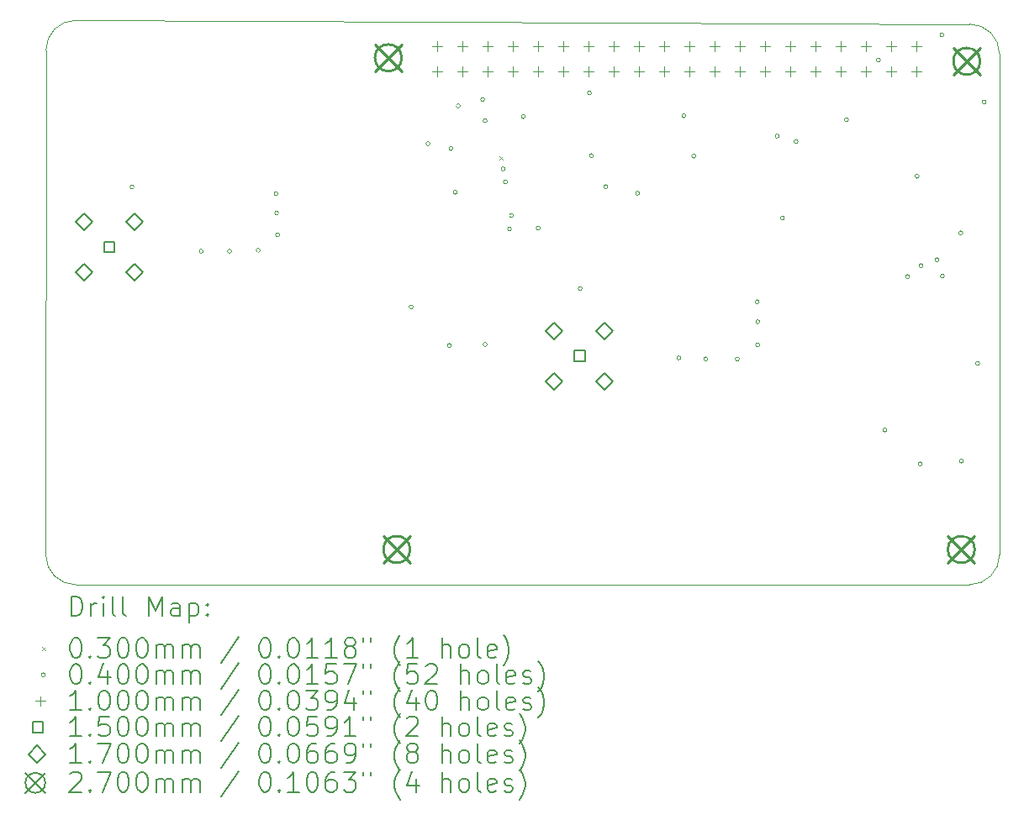
<source format=gbr>
%TF.GenerationSoftware,KiCad,Pcbnew,7.0.8*%
%TF.CreationDate,2024-02-17T17:20:11-08:00*%
%TF.ProjectId,Groundstation_Hat,47726f75-6e64-4737-9461-74696f6e5f48,rev?*%
%TF.SameCoordinates,Original*%
%TF.FileFunction,Drillmap*%
%TF.FilePolarity,Positive*%
%FSLAX45Y45*%
G04 Gerber Fmt 4.5, Leading zero omitted, Abs format (unit mm)*
G04 Created by KiCad (PCBNEW 7.0.8) date 2024-02-17 17:20:11*
%MOMM*%
%LPD*%
G01*
G04 APERTURE LIST*
%ADD10C,0.100000*%
%ADD11C,0.200000*%
%ADD12C,0.030000*%
%ADD13C,0.040000*%
%ADD14C,0.150000*%
%ADD15C,0.170000*%
%ADD16C,0.270000*%
G04 APERTURE END LIST*
D10*
X22975000Y-7970000D02*
G75*
G03*
X22675000Y-7670000I-300000J0D01*
G01*
X13670000Y-13320000D02*
X22675000Y-13320000D01*
X22975000Y-7970000D02*
X22975000Y-13020000D01*
X13672132Y-7632132D02*
X22675000Y-7670000D01*
X13372132Y-7932132D02*
X13370000Y-13020000D01*
X22675000Y-13320000D02*
G75*
G03*
X22975000Y-13020000I0J300000D01*
G01*
X13370000Y-13020000D02*
G75*
G03*
X13670000Y-13320000I300000J0D01*
G01*
X13672132Y-7632132D02*
G75*
G03*
X13372132Y-7932132I-2J-299998D01*
G01*
D11*
D12*
X17940000Y-9005000D02*
X17970000Y-9035000D01*
X17970000Y-9005000D02*
X17940000Y-9035000D01*
D13*
X14259000Y-9312000D02*
G75*
G03*
X14259000Y-9312000I-20000J0D01*
G01*
X14955000Y-9960000D02*
G75*
G03*
X14955000Y-9960000I-20000J0D01*
G01*
X15240000Y-9960000D02*
G75*
G03*
X15240000Y-9960000I-20000J0D01*
G01*
X15530000Y-9950000D02*
G75*
G03*
X15530000Y-9950000I-20000J0D01*
G01*
X15710000Y-9380000D02*
G75*
G03*
X15710000Y-9380000I-20000J0D01*
G01*
X15715000Y-9575000D02*
G75*
G03*
X15715000Y-9575000I-20000J0D01*
G01*
X15725000Y-9795000D02*
G75*
G03*
X15725000Y-9795000I-20000J0D01*
G01*
X17070000Y-10520000D02*
G75*
G03*
X17070000Y-10520000I-20000J0D01*
G01*
X17240000Y-8875000D02*
G75*
G03*
X17240000Y-8875000I-20000J0D01*
G01*
X17455000Y-10910000D02*
G75*
G03*
X17455000Y-10910000I-20000J0D01*
G01*
X17470000Y-8925000D02*
G75*
G03*
X17470000Y-8925000I-20000J0D01*
G01*
X17515000Y-9365000D02*
G75*
G03*
X17515000Y-9365000I-20000J0D01*
G01*
X17545000Y-8495000D02*
G75*
G03*
X17545000Y-8495000I-20000J0D01*
G01*
X17790000Y-8430000D02*
G75*
G03*
X17790000Y-8430000I-20000J0D01*
G01*
X17815000Y-8645000D02*
G75*
G03*
X17815000Y-8645000I-20000J0D01*
G01*
X17815000Y-10900000D02*
G75*
G03*
X17815000Y-10900000I-20000J0D01*
G01*
X17995000Y-9130000D02*
G75*
G03*
X17995000Y-9130000I-20000J0D01*
G01*
X18020000Y-9260000D02*
G75*
G03*
X18020000Y-9260000I-20000J0D01*
G01*
X18060000Y-9735000D02*
G75*
G03*
X18060000Y-9735000I-20000J0D01*
G01*
X18080000Y-9600000D02*
G75*
G03*
X18080000Y-9600000I-20000J0D01*
G01*
X18198000Y-8603000D02*
G75*
G03*
X18198000Y-8603000I-20000J0D01*
G01*
X18350000Y-9725000D02*
G75*
G03*
X18350000Y-9725000I-20000J0D01*
G01*
X18772000Y-10335000D02*
G75*
G03*
X18772000Y-10335000I-20000J0D01*
G01*
X18865000Y-8365000D02*
G75*
G03*
X18865000Y-8365000I-20000J0D01*
G01*
X18885000Y-8997000D02*
G75*
G03*
X18885000Y-8997000I-20000J0D01*
G01*
X19030000Y-9310000D02*
G75*
G03*
X19030000Y-9310000I-20000J0D01*
G01*
X19350000Y-9375000D02*
G75*
G03*
X19350000Y-9375000I-20000J0D01*
G01*
X19765000Y-11035000D02*
G75*
G03*
X19765000Y-11035000I-20000J0D01*
G01*
X19815000Y-8595000D02*
G75*
G03*
X19815000Y-8595000I-20000J0D01*
G01*
X19916000Y-9001000D02*
G75*
G03*
X19916000Y-9001000I-20000J0D01*
G01*
X20035000Y-11045000D02*
G75*
G03*
X20035000Y-11045000I-20000J0D01*
G01*
X20355000Y-11045000D02*
G75*
G03*
X20355000Y-11045000I-20000J0D01*
G01*
X20555000Y-10470000D02*
G75*
G03*
X20555000Y-10470000I-20000J0D01*
G01*
X20560000Y-10670000D02*
G75*
G03*
X20560000Y-10670000I-20000J0D01*
G01*
X20560000Y-10905000D02*
G75*
G03*
X20560000Y-10905000I-20000J0D01*
G01*
X20755000Y-8800000D02*
G75*
G03*
X20755000Y-8800000I-20000J0D01*
G01*
X20808000Y-9626000D02*
G75*
G03*
X20808000Y-9626000I-20000J0D01*
G01*
X20945000Y-8855000D02*
G75*
G03*
X20945000Y-8855000I-20000J0D01*
G01*
X21454000Y-8634000D02*
G75*
G03*
X21454000Y-8634000I-20000J0D01*
G01*
X21775000Y-8035000D02*
G75*
G03*
X21775000Y-8035000I-20000J0D01*
G01*
X21840000Y-11760000D02*
G75*
G03*
X21840000Y-11760000I-20000J0D01*
G01*
X22070511Y-10214489D02*
G75*
G03*
X22070511Y-10214489I-20000J0D01*
G01*
X22165000Y-9204000D02*
G75*
G03*
X22165000Y-9204000I-20000J0D01*
G01*
X22195000Y-12102500D02*
G75*
G03*
X22195000Y-12102500I-20000J0D01*
G01*
X22205000Y-10105000D02*
G75*
G03*
X22205000Y-10105000I-20000J0D01*
G01*
X22365000Y-10045000D02*
G75*
G03*
X22365000Y-10045000I-20000J0D01*
G01*
X22415000Y-7780000D02*
G75*
G03*
X22415000Y-7780000I-20000J0D01*
G01*
X22420000Y-10210000D02*
G75*
G03*
X22420000Y-10210000I-20000J0D01*
G01*
X22605000Y-9775000D02*
G75*
G03*
X22605000Y-9775000I-20000J0D01*
G01*
X22610000Y-12075000D02*
G75*
G03*
X22610000Y-12075000I-20000J0D01*
G01*
X22775000Y-11090000D02*
G75*
G03*
X22775000Y-11090000I-20000J0D01*
G01*
X22840000Y-8456000D02*
G75*
G03*
X22840000Y-8456000I-20000J0D01*
G01*
D10*
X17315000Y-7845000D02*
X17315000Y-7945000D01*
X17265000Y-7895000D02*
X17365000Y-7895000D01*
X17315000Y-8099000D02*
X17315000Y-8199000D01*
X17265000Y-8149000D02*
X17365000Y-8149000D01*
X17569000Y-7845000D02*
X17569000Y-7945000D01*
X17519000Y-7895000D02*
X17619000Y-7895000D01*
X17569000Y-8099000D02*
X17569000Y-8199000D01*
X17519000Y-8149000D02*
X17619000Y-8149000D01*
X17823000Y-7845000D02*
X17823000Y-7945000D01*
X17773000Y-7895000D02*
X17873000Y-7895000D01*
X17823000Y-8099000D02*
X17823000Y-8199000D01*
X17773000Y-8149000D02*
X17873000Y-8149000D01*
X18077000Y-7845000D02*
X18077000Y-7945000D01*
X18027000Y-7895000D02*
X18127000Y-7895000D01*
X18077000Y-8099000D02*
X18077000Y-8199000D01*
X18027000Y-8149000D02*
X18127000Y-8149000D01*
X18331000Y-7845000D02*
X18331000Y-7945000D01*
X18281000Y-7895000D02*
X18381000Y-7895000D01*
X18331000Y-8099000D02*
X18331000Y-8199000D01*
X18281000Y-8149000D02*
X18381000Y-8149000D01*
X18585000Y-7845000D02*
X18585000Y-7945000D01*
X18535000Y-7895000D02*
X18635000Y-7895000D01*
X18585000Y-8099000D02*
X18585000Y-8199000D01*
X18535000Y-8149000D02*
X18635000Y-8149000D01*
X18839000Y-7845000D02*
X18839000Y-7945000D01*
X18789000Y-7895000D02*
X18889000Y-7895000D01*
X18839000Y-8099000D02*
X18839000Y-8199000D01*
X18789000Y-8149000D02*
X18889000Y-8149000D01*
X19093000Y-7845000D02*
X19093000Y-7945000D01*
X19043000Y-7895000D02*
X19143000Y-7895000D01*
X19093000Y-8099000D02*
X19093000Y-8199000D01*
X19043000Y-8149000D02*
X19143000Y-8149000D01*
X19347000Y-7845000D02*
X19347000Y-7945000D01*
X19297000Y-7895000D02*
X19397000Y-7895000D01*
X19347000Y-8099000D02*
X19347000Y-8199000D01*
X19297000Y-8149000D02*
X19397000Y-8149000D01*
X19601000Y-7845000D02*
X19601000Y-7945000D01*
X19551000Y-7895000D02*
X19651000Y-7895000D01*
X19601000Y-8099000D02*
X19601000Y-8199000D01*
X19551000Y-8149000D02*
X19651000Y-8149000D01*
X19855000Y-7845000D02*
X19855000Y-7945000D01*
X19805000Y-7895000D02*
X19905000Y-7895000D01*
X19855000Y-8099000D02*
X19855000Y-8199000D01*
X19805000Y-8149000D02*
X19905000Y-8149000D01*
X20109000Y-7845000D02*
X20109000Y-7945000D01*
X20059000Y-7895000D02*
X20159000Y-7895000D01*
X20109000Y-8099000D02*
X20109000Y-8199000D01*
X20059000Y-8149000D02*
X20159000Y-8149000D01*
X20363000Y-7845000D02*
X20363000Y-7945000D01*
X20313000Y-7895000D02*
X20413000Y-7895000D01*
X20363000Y-8099000D02*
X20363000Y-8199000D01*
X20313000Y-8149000D02*
X20413000Y-8149000D01*
X20617000Y-7845000D02*
X20617000Y-7945000D01*
X20567000Y-7895000D02*
X20667000Y-7895000D01*
X20617000Y-8099000D02*
X20617000Y-8199000D01*
X20567000Y-8149000D02*
X20667000Y-8149000D01*
X20871000Y-7845000D02*
X20871000Y-7945000D01*
X20821000Y-7895000D02*
X20921000Y-7895000D01*
X20871000Y-8099000D02*
X20871000Y-8199000D01*
X20821000Y-8149000D02*
X20921000Y-8149000D01*
X21125000Y-7845000D02*
X21125000Y-7945000D01*
X21075000Y-7895000D02*
X21175000Y-7895000D01*
X21125000Y-8099000D02*
X21125000Y-8199000D01*
X21075000Y-8149000D02*
X21175000Y-8149000D01*
X21379000Y-7845000D02*
X21379000Y-7945000D01*
X21329000Y-7895000D02*
X21429000Y-7895000D01*
X21379000Y-8099000D02*
X21379000Y-8199000D01*
X21329000Y-8149000D02*
X21429000Y-8149000D01*
X21633000Y-7845000D02*
X21633000Y-7945000D01*
X21583000Y-7895000D02*
X21683000Y-7895000D01*
X21633000Y-8099000D02*
X21633000Y-8199000D01*
X21583000Y-8149000D02*
X21683000Y-8149000D01*
X21887000Y-7845000D02*
X21887000Y-7945000D01*
X21837000Y-7895000D02*
X21937000Y-7895000D01*
X21887000Y-8099000D02*
X21887000Y-8199000D01*
X21837000Y-8149000D02*
X21937000Y-8149000D01*
X22141000Y-7845000D02*
X22141000Y-7945000D01*
X22091000Y-7895000D02*
X22191000Y-7895000D01*
X22141000Y-8099000D02*
X22141000Y-8199000D01*
X22091000Y-8149000D02*
X22191000Y-8149000D01*
D14*
X14064033Y-9971034D02*
X14064033Y-9864967D01*
X13957966Y-9864967D01*
X13957966Y-9971034D01*
X14064033Y-9971034D01*
X18798034Y-11068034D02*
X18798034Y-10961967D01*
X18691967Y-10961967D01*
X18691967Y-11068034D01*
X18798034Y-11068034D01*
D15*
X13757000Y-9749000D02*
X13842000Y-9664000D01*
X13757000Y-9579000D01*
X13672000Y-9664000D01*
X13757000Y-9749000D01*
X13757000Y-10257000D02*
X13842000Y-10172000D01*
X13757000Y-10087000D01*
X13672000Y-10172000D01*
X13757000Y-10257000D01*
X14265000Y-9749000D02*
X14350000Y-9664000D01*
X14265000Y-9579000D01*
X14180000Y-9664000D01*
X14265000Y-9749000D01*
X14265000Y-10257000D02*
X14350000Y-10172000D01*
X14265000Y-10087000D01*
X14180000Y-10172000D01*
X14265000Y-10257000D01*
X18491000Y-10846000D02*
X18576000Y-10761000D01*
X18491000Y-10676000D01*
X18406000Y-10761000D01*
X18491000Y-10846000D01*
X18491000Y-11354000D02*
X18576000Y-11269000D01*
X18491000Y-11184000D01*
X18406000Y-11269000D01*
X18491000Y-11354000D01*
X18999000Y-10846000D02*
X19084000Y-10761000D01*
X18999000Y-10676000D01*
X18914000Y-10761000D01*
X18999000Y-10846000D01*
X18999000Y-11354000D02*
X19084000Y-11269000D01*
X18999000Y-11184000D01*
X18914000Y-11269000D01*
X18999000Y-11354000D01*
D16*
X16685000Y-7875000D02*
X16955000Y-8145000D01*
X16955000Y-7875000D02*
X16685000Y-8145000D01*
X16955000Y-8010000D02*
G75*
G03*
X16955000Y-8010000I-135000J0D01*
G01*
X16770000Y-12830000D02*
X17040000Y-13100000D01*
X17040000Y-12830000D02*
X16770000Y-13100000D01*
X17040000Y-12965000D02*
G75*
G03*
X17040000Y-12965000I-135000J0D01*
G01*
X22455000Y-12830000D02*
X22725000Y-13100000D01*
X22725000Y-12830000D02*
X22455000Y-13100000D01*
X22725000Y-12965000D02*
G75*
G03*
X22725000Y-12965000I-135000J0D01*
G01*
X22510000Y-7910000D02*
X22780000Y-8180000D01*
X22780000Y-7910000D02*
X22510000Y-8180000D01*
X22780000Y-8045000D02*
G75*
G03*
X22780000Y-8045000I-135000J0D01*
G01*
D11*
X13625777Y-13636484D02*
X13625777Y-13436484D01*
X13625777Y-13436484D02*
X13673396Y-13436484D01*
X13673396Y-13436484D02*
X13701967Y-13446008D01*
X13701967Y-13446008D02*
X13721015Y-13465055D01*
X13721015Y-13465055D02*
X13730539Y-13484103D01*
X13730539Y-13484103D02*
X13740062Y-13522198D01*
X13740062Y-13522198D02*
X13740062Y-13550770D01*
X13740062Y-13550770D02*
X13730539Y-13588865D01*
X13730539Y-13588865D02*
X13721015Y-13607912D01*
X13721015Y-13607912D02*
X13701967Y-13626960D01*
X13701967Y-13626960D02*
X13673396Y-13636484D01*
X13673396Y-13636484D02*
X13625777Y-13636484D01*
X13825777Y-13636484D02*
X13825777Y-13503150D01*
X13825777Y-13541246D02*
X13835301Y-13522198D01*
X13835301Y-13522198D02*
X13844824Y-13512674D01*
X13844824Y-13512674D02*
X13863872Y-13503150D01*
X13863872Y-13503150D02*
X13882920Y-13503150D01*
X13949586Y-13636484D02*
X13949586Y-13503150D01*
X13949586Y-13436484D02*
X13940062Y-13446008D01*
X13940062Y-13446008D02*
X13949586Y-13455531D01*
X13949586Y-13455531D02*
X13959110Y-13446008D01*
X13959110Y-13446008D02*
X13949586Y-13436484D01*
X13949586Y-13436484D02*
X13949586Y-13455531D01*
X14073396Y-13636484D02*
X14054348Y-13626960D01*
X14054348Y-13626960D02*
X14044824Y-13607912D01*
X14044824Y-13607912D02*
X14044824Y-13436484D01*
X14178158Y-13636484D02*
X14159110Y-13626960D01*
X14159110Y-13626960D02*
X14149586Y-13607912D01*
X14149586Y-13607912D02*
X14149586Y-13436484D01*
X14406729Y-13636484D02*
X14406729Y-13436484D01*
X14406729Y-13436484D02*
X14473396Y-13579341D01*
X14473396Y-13579341D02*
X14540062Y-13436484D01*
X14540062Y-13436484D02*
X14540062Y-13636484D01*
X14721015Y-13636484D02*
X14721015Y-13531722D01*
X14721015Y-13531722D02*
X14711491Y-13512674D01*
X14711491Y-13512674D02*
X14692443Y-13503150D01*
X14692443Y-13503150D02*
X14654348Y-13503150D01*
X14654348Y-13503150D02*
X14635301Y-13512674D01*
X14721015Y-13626960D02*
X14701967Y-13636484D01*
X14701967Y-13636484D02*
X14654348Y-13636484D01*
X14654348Y-13636484D02*
X14635301Y-13626960D01*
X14635301Y-13626960D02*
X14625777Y-13607912D01*
X14625777Y-13607912D02*
X14625777Y-13588865D01*
X14625777Y-13588865D02*
X14635301Y-13569817D01*
X14635301Y-13569817D02*
X14654348Y-13560293D01*
X14654348Y-13560293D02*
X14701967Y-13560293D01*
X14701967Y-13560293D02*
X14721015Y-13550770D01*
X14816253Y-13503150D02*
X14816253Y-13703150D01*
X14816253Y-13512674D02*
X14835301Y-13503150D01*
X14835301Y-13503150D02*
X14873396Y-13503150D01*
X14873396Y-13503150D02*
X14892443Y-13512674D01*
X14892443Y-13512674D02*
X14901967Y-13522198D01*
X14901967Y-13522198D02*
X14911491Y-13541246D01*
X14911491Y-13541246D02*
X14911491Y-13598389D01*
X14911491Y-13598389D02*
X14901967Y-13617436D01*
X14901967Y-13617436D02*
X14892443Y-13626960D01*
X14892443Y-13626960D02*
X14873396Y-13636484D01*
X14873396Y-13636484D02*
X14835301Y-13636484D01*
X14835301Y-13636484D02*
X14816253Y-13626960D01*
X14997205Y-13617436D02*
X15006729Y-13626960D01*
X15006729Y-13626960D02*
X14997205Y-13636484D01*
X14997205Y-13636484D02*
X14987682Y-13626960D01*
X14987682Y-13626960D02*
X14997205Y-13617436D01*
X14997205Y-13617436D02*
X14997205Y-13636484D01*
X14997205Y-13512674D02*
X15006729Y-13522198D01*
X15006729Y-13522198D02*
X14997205Y-13531722D01*
X14997205Y-13531722D02*
X14987682Y-13522198D01*
X14987682Y-13522198D02*
X14997205Y-13512674D01*
X14997205Y-13512674D02*
X14997205Y-13531722D01*
D12*
X13335000Y-13950000D02*
X13365000Y-13980000D01*
X13365000Y-13950000D02*
X13335000Y-13980000D01*
D11*
X13663872Y-13856484D02*
X13682920Y-13856484D01*
X13682920Y-13856484D02*
X13701967Y-13866008D01*
X13701967Y-13866008D02*
X13711491Y-13875531D01*
X13711491Y-13875531D02*
X13721015Y-13894579D01*
X13721015Y-13894579D02*
X13730539Y-13932674D01*
X13730539Y-13932674D02*
X13730539Y-13980293D01*
X13730539Y-13980293D02*
X13721015Y-14018389D01*
X13721015Y-14018389D02*
X13711491Y-14037436D01*
X13711491Y-14037436D02*
X13701967Y-14046960D01*
X13701967Y-14046960D02*
X13682920Y-14056484D01*
X13682920Y-14056484D02*
X13663872Y-14056484D01*
X13663872Y-14056484D02*
X13644824Y-14046960D01*
X13644824Y-14046960D02*
X13635301Y-14037436D01*
X13635301Y-14037436D02*
X13625777Y-14018389D01*
X13625777Y-14018389D02*
X13616253Y-13980293D01*
X13616253Y-13980293D02*
X13616253Y-13932674D01*
X13616253Y-13932674D02*
X13625777Y-13894579D01*
X13625777Y-13894579D02*
X13635301Y-13875531D01*
X13635301Y-13875531D02*
X13644824Y-13866008D01*
X13644824Y-13866008D02*
X13663872Y-13856484D01*
X13816253Y-14037436D02*
X13825777Y-14046960D01*
X13825777Y-14046960D02*
X13816253Y-14056484D01*
X13816253Y-14056484D02*
X13806729Y-14046960D01*
X13806729Y-14046960D02*
X13816253Y-14037436D01*
X13816253Y-14037436D02*
X13816253Y-14056484D01*
X13892443Y-13856484D02*
X14016253Y-13856484D01*
X14016253Y-13856484D02*
X13949586Y-13932674D01*
X13949586Y-13932674D02*
X13978158Y-13932674D01*
X13978158Y-13932674D02*
X13997205Y-13942198D01*
X13997205Y-13942198D02*
X14006729Y-13951722D01*
X14006729Y-13951722D02*
X14016253Y-13970770D01*
X14016253Y-13970770D02*
X14016253Y-14018389D01*
X14016253Y-14018389D02*
X14006729Y-14037436D01*
X14006729Y-14037436D02*
X13997205Y-14046960D01*
X13997205Y-14046960D02*
X13978158Y-14056484D01*
X13978158Y-14056484D02*
X13921015Y-14056484D01*
X13921015Y-14056484D02*
X13901967Y-14046960D01*
X13901967Y-14046960D02*
X13892443Y-14037436D01*
X14140062Y-13856484D02*
X14159110Y-13856484D01*
X14159110Y-13856484D02*
X14178158Y-13866008D01*
X14178158Y-13866008D02*
X14187682Y-13875531D01*
X14187682Y-13875531D02*
X14197205Y-13894579D01*
X14197205Y-13894579D02*
X14206729Y-13932674D01*
X14206729Y-13932674D02*
X14206729Y-13980293D01*
X14206729Y-13980293D02*
X14197205Y-14018389D01*
X14197205Y-14018389D02*
X14187682Y-14037436D01*
X14187682Y-14037436D02*
X14178158Y-14046960D01*
X14178158Y-14046960D02*
X14159110Y-14056484D01*
X14159110Y-14056484D02*
X14140062Y-14056484D01*
X14140062Y-14056484D02*
X14121015Y-14046960D01*
X14121015Y-14046960D02*
X14111491Y-14037436D01*
X14111491Y-14037436D02*
X14101967Y-14018389D01*
X14101967Y-14018389D02*
X14092443Y-13980293D01*
X14092443Y-13980293D02*
X14092443Y-13932674D01*
X14092443Y-13932674D02*
X14101967Y-13894579D01*
X14101967Y-13894579D02*
X14111491Y-13875531D01*
X14111491Y-13875531D02*
X14121015Y-13866008D01*
X14121015Y-13866008D02*
X14140062Y-13856484D01*
X14330539Y-13856484D02*
X14349586Y-13856484D01*
X14349586Y-13856484D02*
X14368634Y-13866008D01*
X14368634Y-13866008D02*
X14378158Y-13875531D01*
X14378158Y-13875531D02*
X14387682Y-13894579D01*
X14387682Y-13894579D02*
X14397205Y-13932674D01*
X14397205Y-13932674D02*
X14397205Y-13980293D01*
X14397205Y-13980293D02*
X14387682Y-14018389D01*
X14387682Y-14018389D02*
X14378158Y-14037436D01*
X14378158Y-14037436D02*
X14368634Y-14046960D01*
X14368634Y-14046960D02*
X14349586Y-14056484D01*
X14349586Y-14056484D02*
X14330539Y-14056484D01*
X14330539Y-14056484D02*
X14311491Y-14046960D01*
X14311491Y-14046960D02*
X14301967Y-14037436D01*
X14301967Y-14037436D02*
X14292443Y-14018389D01*
X14292443Y-14018389D02*
X14282920Y-13980293D01*
X14282920Y-13980293D02*
X14282920Y-13932674D01*
X14282920Y-13932674D02*
X14292443Y-13894579D01*
X14292443Y-13894579D02*
X14301967Y-13875531D01*
X14301967Y-13875531D02*
X14311491Y-13866008D01*
X14311491Y-13866008D02*
X14330539Y-13856484D01*
X14482920Y-14056484D02*
X14482920Y-13923150D01*
X14482920Y-13942198D02*
X14492443Y-13932674D01*
X14492443Y-13932674D02*
X14511491Y-13923150D01*
X14511491Y-13923150D02*
X14540063Y-13923150D01*
X14540063Y-13923150D02*
X14559110Y-13932674D01*
X14559110Y-13932674D02*
X14568634Y-13951722D01*
X14568634Y-13951722D02*
X14568634Y-14056484D01*
X14568634Y-13951722D02*
X14578158Y-13932674D01*
X14578158Y-13932674D02*
X14597205Y-13923150D01*
X14597205Y-13923150D02*
X14625777Y-13923150D01*
X14625777Y-13923150D02*
X14644824Y-13932674D01*
X14644824Y-13932674D02*
X14654348Y-13951722D01*
X14654348Y-13951722D02*
X14654348Y-14056484D01*
X14749586Y-14056484D02*
X14749586Y-13923150D01*
X14749586Y-13942198D02*
X14759110Y-13932674D01*
X14759110Y-13932674D02*
X14778158Y-13923150D01*
X14778158Y-13923150D02*
X14806729Y-13923150D01*
X14806729Y-13923150D02*
X14825777Y-13932674D01*
X14825777Y-13932674D02*
X14835301Y-13951722D01*
X14835301Y-13951722D02*
X14835301Y-14056484D01*
X14835301Y-13951722D02*
X14844824Y-13932674D01*
X14844824Y-13932674D02*
X14863872Y-13923150D01*
X14863872Y-13923150D02*
X14892443Y-13923150D01*
X14892443Y-13923150D02*
X14911491Y-13932674D01*
X14911491Y-13932674D02*
X14921015Y-13951722D01*
X14921015Y-13951722D02*
X14921015Y-14056484D01*
X15311491Y-13846960D02*
X15140063Y-14104103D01*
X15568634Y-13856484D02*
X15587682Y-13856484D01*
X15587682Y-13856484D02*
X15606729Y-13866008D01*
X15606729Y-13866008D02*
X15616253Y-13875531D01*
X15616253Y-13875531D02*
X15625777Y-13894579D01*
X15625777Y-13894579D02*
X15635301Y-13932674D01*
X15635301Y-13932674D02*
X15635301Y-13980293D01*
X15635301Y-13980293D02*
X15625777Y-14018389D01*
X15625777Y-14018389D02*
X15616253Y-14037436D01*
X15616253Y-14037436D02*
X15606729Y-14046960D01*
X15606729Y-14046960D02*
X15587682Y-14056484D01*
X15587682Y-14056484D02*
X15568634Y-14056484D01*
X15568634Y-14056484D02*
X15549586Y-14046960D01*
X15549586Y-14046960D02*
X15540063Y-14037436D01*
X15540063Y-14037436D02*
X15530539Y-14018389D01*
X15530539Y-14018389D02*
X15521015Y-13980293D01*
X15521015Y-13980293D02*
X15521015Y-13932674D01*
X15521015Y-13932674D02*
X15530539Y-13894579D01*
X15530539Y-13894579D02*
X15540063Y-13875531D01*
X15540063Y-13875531D02*
X15549586Y-13866008D01*
X15549586Y-13866008D02*
X15568634Y-13856484D01*
X15721015Y-14037436D02*
X15730539Y-14046960D01*
X15730539Y-14046960D02*
X15721015Y-14056484D01*
X15721015Y-14056484D02*
X15711491Y-14046960D01*
X15711491Y-14046960D02*
X15721015Y-14037436D01*
X15721015Y-14037436D02*
X15721015Y-14056484D01*
X15854348Y-13856484D02*
X15873396Y-13856484D01*
X15873396Y-13856484D02*
X15892444Y-13866008D01*
X15892444Y-13866008D02*
X15901967Y-13875531D01*
X15901967Y-13875531D02*
X15911491Y-13894579D01*
X15911491Y-13894579D02*
X15921015Y-13932674D01*
X15921015Y-13932674D02*
X15921015Y-13980293D01*
X15921015Y-13980293D02*
X15911491Y-14018389D01*
X15911491Y-14018389D02*
X15901967Y-14037436D01*
X15901967Y-14037436D02*
X15892444Y-14046960D01*
X15892444Y-14046960D02*
X15873396Y-14056484D01*
X15873396Y-14056484D02*
X15854348Y-14056484D01*
X15854348Y-14056484D02*
X15835301Y-14046960D01*
X15835301Y-14046960D02*
X15825777Y-14037436D01*
X15825777Y-14037436D02*
X15816253Y-14018389D01*
X15816253Y-14018389D02*
X15806729Y-13980293D01*
X15806729Y-13980293D02*
X15806729Y-13932674D01*
X15806729Y-13932674D02*
X15816253Y-13894579D01*
X15816253Y-13894579D02*
X15825777Y-13875531D01*
X15825777Y-13875531D02*
X15835301Y-13866008D01*
X15835301Y-13866008D02*
X15854348Y-13856484D01*
X16111491Y-14056484D02*
X15997206Y-14056484D01*
X16054348Y-14056484D02*
X16054348Y-13856484D01*
X16054348Y-13856484D02*
X16035301Y-13885055D01*
X16035301Y-13885055D02*
X16016253Y-13904103D01*
X16016253Y-13904103D02*
X15997206Y-13913627D01*
X16301967Y-14056484D02*
X16187682Y-14056484D01*
X16244825Y-14056484D02*
X16244825Y-13856484D01*
X16244825Y-13856484D02*
X16225777Y-13885055D01*
X16225777Y-13885055D02*
X16206729Y-13904103D01*
X16206729Y-13904103D02*
X16187682Y-13913627D01*
X16416253Y-13942198D02*
X16397206Y-13932674D01*
X16397206Y-13932674D02*
X16387682Y-13923150D01*
X16387682Y-13923150D02*
X16378158Y-13904103D01*
X16378158Y-13904103D02*
X16378158Y-13894579D01*
X16378158Y-13894579D02*
X16387682Y-13875531D01*
X16387682Y-13875531D02*
X16397206Y-13866008D01*
X16397206Y-13866008D02*
X16416253Y-13856484D01*
X16416253Y-13856484D02*
X16454348Y-13856484D01*
X16454348Y-13856484D02*
X16473396Y-13866008D01*
X16473396Y-13866008D02*
X16482920Y-13875531D01*
X16482920Y-13875531D02*
X16492444Y-13894579D01*
X16492444Y-13894579D02*
X16492444Y-13904103D01*
X16492444Y-13904103D02*
X16482920Y-13923150D01*
X16482920Y-13923150D02*
X16473396Y-13932674D01*
X16473396Y-13932674D02*
X16454348Y-13942198D01*
X16454348Y-13942198D02*
X16416253Y-13942198D01*
X16416253Y-13942198D02*
X16397206Y-13951722D01*
X16397206Y-13951722D02*
X16387682Y-13961246D01*
X16387682Y-13961246D02*
X16378158Y-13980293D01*
X16378158Y-13980293D02*
X16378158Y-14018389D01*
X16378158Y-14018389D02*
X16387682Y-14037436D01*
X16387682Y-14037436D02*
X16397206Y-14046960D01*
X16397206Y-14046960D02*
X16416253Y-14056484D01*
X16416253Y-14056484D02*
X16454348Y-14056484D01*
X16454348Y-14056484D02*
X16473396Y-14046960D01*
X16473396Y-14046960D02*
X16482920Y-14037436D01*
X16482920Y-14037436D02*
X16492444Y-14018389D01*
X16492444Y-14018389D02*
X16492444Y-13980293D01*
X16492444Y-13980293D02*
X16482920Y-13961246D01*
X16482920Y-13961246D02*
X16473396Y-13951722D01*
X16473396Y-13951722D02*
X16454348Y-13942198D01*
X16568634Y-13856484D02*
X16568634Y-13894579D01*
X16644825Y-13856484D02*
X16644825Y-13894579D01*
X16940063Y-14132674D02*
X16930539Y-14123150D01*
X16930539Y-14123150D02*
X16911491Y-14094579D01*
X16911491Y-14094579D02*
X16901968Y-14075531D01*
X16901968Y-14075531D02*
X16892444Y-14046960D01*
X16892444Y-14046960D02*
X16882920Y-13999341D01*
X16882920Y-13999341D02*
X16882920Y-13961246D01*
X16882920Y-13961246D02*
X16892444Y-13913627D01*
X16892444Y-13913627D02*
X16901968Y-13885055D01*
X16901968Y-13885055D02*
X16911491Y-13866008D01*
X16911491Y-13866008D02*
X16930539Y-13837436D01*
X16930539Y-13837436D02*
X16940063Y-13827912D01*
X17121015Y-14056484D02*
X17006730Y-14056484D01*
X17063872Y-14056484D02*
X17063872Y-13856484D01*
X17063872Y-13856484D02*
X17044825Y-13885055D01*
X17044825Y-13885055D02*
X17025777Y-13904103D01*
X17025777Y-13904103D02*
X17006730Y-13913627D01*
X17359111Y-14056484D02*
X17359111Y-13856484D01*
X17444825Y-14056484D02*
X17444825Y-13951722D01*
X17444825Y-13951722D02*
X17435301Y-13932674D01*
X17435301Y-13932674D02*
X17416253Y-13923150D01*
X17416253Y-13923150D02*
X17387682Y-13923150D01*
X17387682Y-13923150D02*
X17368634Y-13932674D01*
X17368634Y-13932674D02*
X17359111Y-13942198D01*
X17568634Y-14056484D02*
X17549587Y-14046960D01*
X17549587Y-14046960D02*
X17540063Y-14037436D01*
X17540063Y-14037436D02*
X17530539Y-14018389D01*
X17530539Y-14018389D02*
X17530539Y-13961246D01*
X17530539Y-13961246D02*
X17540063Y-13942198D01*
X17540063Y-13942198D02*
X17549587Y-13932674D01*
X17549587Y-13932674D02*
X17568634Y-13923150D01*
X17568634Y-13923150D02*
X17597206Y-13923150D01*
X17597206Y-13923150D02*
X17616253Y-13932674D01*
X17616253Y-13932674D02*
X17625777Y-13942198D01*
X17625777Y-13942198D02*
X17635301Y-13961246D01*
X17635301Y-13961246D02*
X17635301Y-14018389D01*
X17635301Y-14018389D02*
X17625777Y-14037436D01*
X17625777Y-14037436D02*
X17616253Y-14046960D01*
X17616253Y-14046960D02*
X17597206Y-14056484D01*
X17597206Y-14056484D02*
X17568634Y-14056484D01*
X17749587Y-14056484D02*
X17730539Y-14046960D01*
X17730539Y-14046960D02*
X17721015Y-14027912D01*
X17721015Y-14027912D02*
X17721015Y-13856484D01*
X17901968Y-14046960D02*
X17882920Y-14056484D01*
X17882920Y-14056484D02*
X17844825Y-14056484D01*
X17844825Y-14056484D02*
X17825777Y-14046960D01*
X17825777Y-14046960D02*
X17816253Y-14027912D01*
X17816253Y-14027912D02*
X17816253Y-13951722D01*
X17816253Y-13951722D02*
X17825777Y-13932674D01*
X17825777Y-13932674D02*
X17844825Y-13923150D01*
X17844825Y-13923150D02*
X17882920Y-13923150D01*
X17882920Y-13923150D02*
X17901968Y-13932674D01*
X17901968Y-13932674D02*
X17911492Y-13951722D01*
X17911492Y-13951722D02*
X17911492Y-13970770D01*
X17911492Y-13970770D02*
X17816253Y-13989817D01*
X17978158Y-14132674D02*
X17987682Y-14123150D01*
X17987682Y-14123150D02*
X18006730Y-14094579D01*
X18006730Y-14094579D02*
X18016253Y-14075531D01*
X18016253Y-14075531D02*
X18025777Y-14046960D01*
X18025777Y-14046960D02*
X18035301Y-13999341D01*
X18035301Y-13999341D02*
X18035301Y-13961246D01*
X18035301Y-13961246D02*
X18025777Y-13913627D01*
X18025777Y-13913627D02*
X18016253Y-13885055D01*
X18016253Y-13885055D02*
X18006730Y-13866008D01*
X18006730Y-13866008D02*
X17987682Y-13837436D01*
X17987682Y-13837436D02*
X17978158Y-13827912D01*
D13*
X13365000Y-14229000D02*
G75*
G03*
X13365000Y-14229000I-20000J0D01*
G01*
D11*
X13663872Y-14120484D02*
X13682920Y-14120484D01*
X13682920Y-14120484D02*
X13701967Y-14130008D01*
X13701967Y-14130008D02*
X13711491Y-14139531D01*
X13711491Y-14139531D02*
X13721015Y-14158579D01*
X13721015Y-14158579D02*
X13730539Y-14196674D01*
X13730539Y-14196674D02*
X13730539Y-14244293D01*
X13730539Y-14244293D02*
X13721015Y-14282389D01*
X13721015Y-14282389D02*
X13711491Y-14301436D01*
X13711491Y-14301436D02*
X13701967Y-14310960D01*
X13701967Y-14310960D02*
X13682920Y-14320484D01*
X13682920Y-14320484D02*
X13663872Y-14320484D01*
X13663872Y-14320484D02*
X13644824Y-14310960D01*
X13644824Y-14310960D02*
X13635301Y-14301436D01*
X13635301Y-14301436D02*
X13625777Y-14282389D01*
X13625777Y-14282389D02*
X13616253Y-14244293D01*
X13616253Y-14244293D02*
X13616253Y-14196674D01*
X13616253Y-14196674D02*
X13625777Y-14158579D01*
X13625777Y-14158579D02*
X13635301Y-14139531D01*
X13635301Y-14139531D02*
X13644824Y-14130008D01*
X13644824Y-14130008D02*
X13663872Y-14120484D01*
X13816253Y-14301436D02*
X13825777Y-14310960D01*
X13825777Y-14310960D02*
X13816253Y-14320484D01*
X13816253Y-14320484D02*
X13806729Y-14310960D01*
X13806729Y-14310960D02*
X13816253Y-14301436D01*
X13816253Y-14301436D02*
X13816253Y-14320484D01*
X13997205Y-14187150D02*
X13997205Y-14320484D01*
X13949586Y-14110960D02*
X13901967Y-14253817D01*
X13901967Y-14253817D02*
X14025777Y-14253817D01*
X14140062Y-14120484D02*
X14159110Y-14120484D01*
X14159110Y-14120484D02*
X14178158Y-14130008D01*
X14178158Y-14130008D02*
X14187682Y-14139531D01*
X14187682Y-14139531D02*
X14197205Y-14158579D01*
X14197205Y-14158579D02*
X14206729Y-14196674D01*
X14206729Y-14196674D02*
X14206729Y-14244293D01*
X14206729Y-14244293D02*
X14197205Y-14282389D01*
X14197205Y-14282389D02*
X14187682Y-14301436D01*
X14187682Y-14301436D02*
X14178158Y-14310960D01*
X14178158Y-14310960D02*
X14159110Y-14320484D01*
X14159110Y-14320484D02*
X14140062Y-14320484D01*
X14140062Y-14320484D02*
X14121015Y-14310960D01*
X14121015Y-14310960D02*
X14111491Y-14301436D01*
X14111491Y-14301436D02*
X14101967Y-14282389D01*
X14101967Y-14282389D02*
X14092443Y-14244293D01*
X14092443Y-14244293D02*
X14092443Y-14196674D01*
X14092443Y-14196674D02*
X14101967Y-14158579D01*
X14101967Y-14158579D02*
X14111491Y-14139531D01*
X14111491Y-14139531D02*
X14121015Y-14130008D01*
X14121015Y-14130008D02*
X14140062Y-14120484D01*
X14330539Y-14120484D02*
X14349586Y-14120484D01*
X14349586Y-14120484D02*
X14368634Y-14130008D01*
X14368634Y-14130008D02*
X14378158Y-14139531D01*
X14378158Y-14139531D02*
X14387682Y-14158579D01*
X14387682Y-14158579D02*
X14397205Y-14196674D01*
X14397205Y-14196674D02*
X14397205Y-14244293D01*
X14397205Y-14244293D02*
X14387682Y-14282389D01*
X14387682Y-14282389D02*
X14378158Y-14301436D01*
X14378158Y-14301436D02*
X14368634Y-14310960D01*
X14368634Y-14310960D02*
X14349586Y-14320484D01*
X14349586Y-14320484D02*
X14330539Y-14320484D01*
X14330539Y-14320484D02*
X14311491Y-14310960D01*
X14311491Y-14310960D02*
X14301967Y-14301436D01*
X14301967Y-14301436D02*
X14292443Y-14282389D01*
X14292443Y-14282389D02*
X14282920Y-14244293D01*
X14282920Y-14244293D02*
X14282920Y-14196674D01*
X14282920Y-14196674D02*
X14292443Y-14158579D01*
X14292443Y-14158579D02*
X14301967Y-14139531D01*
X14301967Y-14139531D02*
X14311491Y-14130008D01*
X14311491Y-14130008D02*
X14330539Y-14120484D01*
X14482920Y-14320484D02*
X14482920Y-14187150D01*
X14482920Y-14206198D02*
X14492443Y-14196674D01*
X14492443Y-14196674D02*
X14511491Y-14187150D01*
X14511491Y-14187150D02*
X14540063Y-14187150D01*
X14540063Y-14187150D02*
X14559110Y-14196674D01*
X14559110Y-14196674D02*
X14568634Y-14215722D01*
X14568634Y-14215722D02*
X14568634Y-14320484D01*
X14568634Y-14215722D02*
X14578158Y-14196674D01*
X14578158Y-14196674D02*
X14597205Y-14187150D01*
X14597205Y-14187150D02*
X14625777Y-14187150D01*
X14625777Y-14187150D02*
X14644824Y-14196674D01*
X14644824Y-14196674D02*
X14654348Y-14215722D01*
X14654348Y-14215722D02*
X14654348Y-14320484D01*
X14749586Y-14320484D02*
X14749586Y-14187150D01*
X14749586Y-14206198D02*
X14759110Y-14196674D01*
X14759110Y-14196674D02*
X14778158Y-14187150D01*
X14778158Y-14187150D02*
X14806729Y-14187150D01*
X14806729Y-14187150D02*
X14825777Y-14196674D01*
X14825777Y-14196674D02*
X14835301Y-14215722D01*
X14835301Y-14215722D02*
X14835301Y-14320484D01*
X14835301Y-14215722D02*
X14844824Y-14196674D01*
X14844824Y-14196674D02*
X14863872Y-14187150D01*
X14863872Y-14187150D02*
X14892443Y-14187150D01*
X14892443Y-14187150D02*
X14911491Y-14196674D01*
X14911491Y-14196674D02*
X14921015Y-14215722D01*
X14921015Y-14215722D02*
X14921015Y-14320484D01*
X15311491Y-14110960D02*
X15140063Y-14368103D01*
X15568634Y-14120484D02*
X15587682Y-14120484D01*
X15587682Y-14120484D02*
X15606729Y-14130008D01*
X15606729Y-14130008D02*
X15616253Y-14139531D01*
X15616253Y-14139531D02*
X15625777Y-14158579D01*
X15625777Y-14158579D02*
X15635301Y-14196674D01*
X15635301Y-14196674D02*
X15635301Y-14244293D01*
X15635301Y-14244293D02*
X15625777Y-14282389D01*
X15625777Y-14282389D02*
X15616253Y-14301436D01*
X15616253Y-14301436D02*
X15606729Y-14310960D01*
X15606729Y-14310960D02*
X15587682Y-14320484D01*
X15587682Y-14320484D02*
X15568634Y-14320484D01*
X15568634Y-14320484D02*
X15549586Y-14310960D01*
X15549586Y-14310960D02*
X15540063Y-14301436D01*
X15540063Y-14301436D02*
X15530539Y-14282389D01*
X15530539Y-14282389D02*
X15521015Y-14244293D01*
X15521015Y-14244293D02*
X15521015Y-14196674D01*
X15521015Y-14196674D02*
X15530539Y-14158579D01*
X15530539Y-14158579D02*
X15540063Y-14139531D01*
X15540063Y-14139531D02*
X15549586Y-14130008D01*
X15549586Y-14130008D02*
X15568634Y-14120484D01*
X15721015Y-14301436D02*
X15730539Y-14310960D01*
X15730539Y-14310960D02*
X15721015Y-14320484D01*
X15721015Y-14320484D02*
X15711491Y-14310960D01*
X15711491Y-14310960D02*
X15721015Y-14301436D01*
X15721015Y-14301436D02*
X15721015Y-14320484D01*
X15854348Y-14120484D02*
X15873396Y-14120484D01*
X15873396Y-14120484D02*
X15892444Y-14130008D01*
X15892444Y-14130008D02*
X15901967Y-14139531D01*
X15901967Y-14139531D02*
X15911491Y-14158579D01*
X15911491Y-14158579D02*
X15921015Y-14196674D01*
X15921015Y-14196674D02*
X15921015Y-14244293D01*
X15921015Y-14244293D02*
X15911491Y-14282389D01*
X15911491Y-14282389D02*
X15901967Y-14301436D01*
X15901967Y-14301436D02*
X15892444Y-14310960D01*
X15892444Y-14310960D02*
X15873396Y-14320484D01*
X15873396Y-14320484D02*
X15854348Y-14320484D01*
X15854348Y-14320484D02*
X15835301Y-14310960D01*
X15835301Y-14310960D02*
X15825777Y-14301436D01*
X15825777Y-14301436D02*
X15816253Y-14282389D01*
X15816253Y-14282389D02*
X15806729Y-14244293D01*
X15806729Y-14244293D02*
X15806729Y-14196674D01*
X15806729Y-14196674D02*
X15816253Y-14158579D01*
X15816253Y-14158579D02*
X15825777Y-14139531D01*
X15825777Y-14139531D02*
X15835301Y-14130008D01*
X15835301Y-14130008D02*
X15854348Y-14120484D01*
X16111491Y-14320484D02*
X15997206Y-14320484D01*
X16054348Y-14320484D02*
X16054348Y-14120484D01*
X16054348Y-14120484D02*
X16035301Y-14149055D01*
X16035301Y-14149055D02*
X16016253Y-14168103D01*
X16016253Y-14168103D02*
X15997206Y-14177627D01*
X16292444Y-14120484D02*
X16197206Y-14120484D01*
X16197206Y-14120484D02*
X16187682Y-14215722D01*
X16187682Y-14215722D02*
X16197206Y-14206198D01*
X16197206Y-14206198D02*
X16216253Y-14196674D01*
X16216253Y-14196674D02*
X16263872Y-14196674D01*
X16263872Y-14196674D02*
X16282920Y-14206198D01*
X16282920Y-14206198D02*
X16292444Y-14215722D01*
X16292444Y-14215722D02*
X16301967Y-14234770D01*
X16301967Y-14234770D02*
X16301967Y-14282389D01*
X16301967Y-14282389D02*
X16292444Y-14301436D01*
X16292444Y-14301436D02*
X16282920Y-14310960D01*
X16282920Y-14310960D02*
X16263872Y-14320484D01*
X16263872Y-14320484D02*
X16216253Y-14320484D01*
X16216253Y-14320484D02*
X16197206Y-14310960D01*
X16197206Y-14310960D02*
X16187682Y-14301436D01*
X16368634Y-14120484D02*
X16501967Y-14120484D01*
X16501967Y-14120484D02*
X16416253Y-14320484D01*
X16568634Y-14120484D02*
X16568634Y-14158579D01*
X16644825Y-14120484D02*
X16644825Y-14158579D01*
X16940063Y-14396674D02*
X16930539Y-14387150D01*
X16930539Y-14387150D02*
X16911491Y-14358579D01*
X16911491Y-14358579D02*
X16901968Y-14339531D01*
X16901968Y-14339531D02*
X16892444Y-14310960D01*
X16892444Y-14310960D02*
X16882920Y-14263341D01*
X16882920Y-14263341D02*
X16882920Y-14225246D01*
X16882920Y-14225246D02*
X16892444Y-14177627D01*
X16892444Y-14177627D02*
X16901968Y-14149055D01*
X16901968Y-14149055D02*
X16911491Y-14130008D01*
X16911491Y-14130008D02*
X16930539Y-14101436D01*
X16930539Y-14101436D02*
X16940063Y-14091912D01*
X17111491Y-14120484D02*
X17016253Y-14120484D01*
X17016253Y-14120484D02*
X17006730Y-14215722D01*
X17006730Y-14215722D02*
X17016253Y-14206198D01*
X17016253Y-14206198D02*
X17035301Y-14196674D01*
X17035301Y-14196674D02*
X17082920Y-14196674D01*
X17082920Y-14196674D02*
X17101968Y-14206198D01*
X17101968Y-14206198D02*
X17111491Y-14215722D01*
X17111491Y-14215722D02*
X17121015Y-14234770D01*
X17121015Y-14234770D02*
X17121015Y-14282389D01*
X17121015Y-14282389D02*
X17111491Y-14301436D01*
X17111491Y-14301436D02*
X17101968Y-14310960D01*
X17101968Y-14310960D02*
X17082920Y-14320484D01*
X17082920Y-14320484D02*
X17035301Y-14320484D01*
X17035301Y-14320484D02*
X17016253Y-14310960D01*
X17016253Y-14310960D02*
X17006730Y-14301436D01*
X17197206Y-14139531D02*
X17206730Y-14130008D01*
X17206730Y-14130008D02*
X17225777Y-14120484D01*
X17225777Y-14120484D02*
X17273396Y-14120484D01*
X17273396Y-14120484D02*
X17292444Y-14130008D01*
X17292444Y-14130008D02*
X17301968Y-14139531D01*
X17301968Y-14139531D02*
X17311491Y-14158579D01*
X17311491Y-14158579D02*
X17311491Y-14177627D01*
X17311491Y-14177627D02*
X17301968Y-14206198D01*
X17301968Y-14206198D02*
X17187682Y-14320484D01*
X17187682Y-14320484D02*
X17311491Y-14320484D01*
X17549587Y-14320484D02*
X17549587Y-14120484D01*
X17635301Y-14320484D02*
X17635301Y-14215722D01*
X17635301Y-14215722D02*
X17625777Y-14196674D01*
X17625777Y-14196674D02*
X17606730Y-14187150D01*
X17606730Y-14187150D02*
X17578158Y-14187150D01*
X17578158Y-14187150D02*
X17559111Y-14196674D01*
X17559111Y-14196674D02*
X17549587Y-14206198D01*
X17759111Y-14320484D02*
X17740063Y-14310960D01*
X17740063Y-14310960D02*
X17730539Y-14301436D01*
X17730539Y-14301436D02*
X17721015Y-14282389D01*
X17721015Y-14282389D02*
X17721015Y-14225246D01*
X17721015Y-14225246D02*
X17730539Y-14206198D01*
X17730539Y-14206198D02*
X17740063Y-14196674D01*
X17740063Y-14196674D02*
X17759111Y-14187150D01*
X17759111Y-14187150D02*
X17787682Y-14187150D01*
X17787682Y-14187150D02*
X17806730Y-14196674D01*
X17806730Y-14196674D02*
X17816253Y-14206198D01*
X17816253Y-14206198D02*
X17825777Y-14225246D01*
X17825777Y-14225246D02*
X17825777Y-14282389D01*
X17825777Y-14282389D02*
X17816253Y-14301436D01*
X17816253Y-14301436D02*
X17806730Y-14310960D01*
X17806730Y-14310960D02*
X17787682Y-14320484D01*
X17787682Y-14320484D02*
X17759111Y-14320484D01*
X17940063Y-14320484D02*
X17921015Y-14310960D01*
X17921015Y-14310960D02*
X17911492Y-14291912D01*
X17911492Y-14291912D02*
X17911492Y-14120484D01*
X18092444Y-14310960D02*
X18073396Y-14320484D01*
X18073396Y-14320484D02*
X18035301Y-14320484D01*
X18035301Y-14320484D02*
X18016253Y-14310960D01*
X18016253Y-14310960D02*
X18006730Y-14291912D01*
X18006730Y-14291912D02*
X18006730Y-14215722D01*
X18006730Y-14215722D02*
X18016253Y-14196674D01*
X18016253Y-14196674D02*
X18035301Y-14187150D01*
X18035301Y-14187150D02*
X18073396Y-14187150D01*
X18073396Y-14187150D02*
X18092444Y-14196674D01*
X18092444Y-14196674D02*
X18101968Y-14215722D01*
X18101968Y-14215722D02*
X18101968Y-14234770D01*
X18101968Y-14234770D02*
X18006730Y-14253817D01*
X18178158Y-14310960D02*
X18197206Y-14320484D01*
X18197206Y-14320484D02*
X18235301Y-14320484D01*
X18235301Y-14320484D02*
X18254349Y-14310960D01*
X18254349Y-14310960D02*
X18263873Y-14291912D01*
X18263873Y-14291912D02*
X18263873Y-14282389D01*
X18263873Y-14282389D02*
X18254349Y-14263341D01*
X18254349Y-14263341D02*
X18235301Y-14253817D01*
X18235301Y-14253817D02*
X18206730Y-14253817D01*
X18206730Y-14253817D02*
X18187682Y-14244293D01*
X18187682Y-14244293D02*
X18178158Y-14225246D01*
X18178158Y-14225246D02*
X18178158Y-14215722D01*
X18178158Y-14215722D02*
X18187682Y-14196674D01*
X18187682Y-14196674D02*
X18206730Y-14187150D01*
X18206730Y-14187150D02*
X18235301Y-14187150D01*
X18235301Y-14187150D02*
X18254349Y-14196674D01*
X18330539Y-14396674D02*
X18340063Y-14387150D01*
X18340063Y-14387150D02*
X18359111Y-14358579D01*
X18359111Y-14358579D02*
X18368634Y-14339531D01*
X18368634Y-14339531D02*
X18378158Y-14310960D01*
X18378158Y-14310960D02*
X18387682Y-14263341D01*
X18387682Y-14263341D02*
X18387682Y-14225246D01*
X18387682Y-14225246D02*
X18378158Y-14177627D01*
X18378158Y-14177627D02*
X18368634Y-14149055D01*
X18368634Y-14149055D02*
X18359111Y-14130008D01*
X18359111Y-14130008D02*
X18340063Y-14101436D01*
X18340063Y-14101436D02*
X18330539Y-14091912D01*
D10*
X13315000Y-14443000D02*
X13315000Y-14543000D01*
X13265000Y-14493000D02*
X13365000Y-14493000D01*
D11*
X13730539Y-14584484D02*
X13616253Y-14584484D01*
X13673396Y-14584484D02*
X13673396Y-14384484D01*
X13673396Y-14384484D02*
X13654348Y-14413055D01*
X13654348Y-14413055D02*
X13635301Y-14432103D01*
X13635301Y-14432103D02*
X13616253Y-14441627D01*
X13816253Y-14565436D02*
X13825777Y-14574960D01*
X13825777Y-14574960D02*
X13816253Y-14584484D01*
X13816253Y-14584484D02*
X13806729Y-14574960D01*
X13806729Y-14574960D02*
X13816253Y-14565436D01*
X13816253Y-14565436D02*
X13816253Y-14584484D01*
X13949586Y-14384484D02*
X13968634Y-14384484D01*
X13968634Y-14384484D02*
X13987682Y-14394008D01*
X13987682Y-14394008D02*
X13997205Y-14403531D01*
X13997205Y-14403531D02*
X14006729Y-14422579D01*
X14006729Y-14422579D02*
X14016253Y-14460674D01*
X14016253Y-14460674D02*
X14016253Y-14508293D01*
X14016253Y-14508293D02*
X14006729Y-14546389D01*
X14006729Y-14546389D02*
X13997205Y-14565436D01*
X13997205Y-14565436D02*
X13987682Y-14574960D01*
X13987682Y-14574960D02*
X13968634Y-14584484D01*
X13968634Y-14584484D02*
X13949586Y-14584484D01*
X13949586Y-14584484D02*
X13930539Y-14574960D01*
X13930539Y-14574960D02*
X13921015Y-14565436D01*
X13921015Y-14565436D02*
X13911491Y-14546389D01*
X13911491Y-14546389D02*
X13901967Y-14508293D01*
X13901967Y-14508293D02*
X13901967Y-14460674D01*
X13901967Y-14460674D02*
X13911491Y-14422579D01*
X13911491Y-14422579D02*
X13921015Y-14403531D01*
X13921015Y-14403531D02*
X13930539Y-14394008D01*
X13930539Y-14394008D02*
X13949586Y-14384484D01*
X14140062Y-14384484D02*
X14159110Y-14384484D01*
X14159110Y-14384484D02*
X14178158Y-14394008D01*
X14178158Y-14394008D02*
X14187682Y-14403531D01*
X14187682Y-14403531D02*
X14197205Y-14422579D01*
X14197205Y-14422579D02*
X14206729Y-14460674D01*
X14206729Y-14460674D02*
X14206729Y-14508293D01*
X14206729Y-14508293D02*
X14197205Y-14546389D01*
X14197205Y-14546389D02*
X14187682Y-14565436D01*
X14187682Y-14565436D02*
X14178158Y-14574960D01*
X14178158Y-14574960D02*
X14159110Y-14584484D01*
X14159110Y-14584484D02*
X14140062Y-14584484D01*
X14140062Y-14584484D02*
X14121015Y-14574960D01*
X14121015Y-14574960D02*
X14111491Y-14565436D01*
X14111491Y-14565436D02*
X14101967Y-14546389D01*
X14101967Y-14546389D02*
X14092443Y-14508293D01*
X14092443Y-14508293D02*
X14092443Y-14460674D01*
X14092443Y-14460674D02*
X14101967Y-14422579D01*
X14101967Y-14422579D02*
X14111491Y-14403531D01*
X14111491Y-14403531D02*
X14121015Y-14394008D01*
X14121015Y-14394008D02*
X14140062Y-14384484D01*
X14330539Y-14384484D02*
X14349586Y-14384484D01*
X14349586Y-14384484D02*
X14368634Y-14394008D01*
X14368634Y-14394008D02*
X14378158Y-14403531D01*
X14378158Y-14403531D02*
X14387682Y-14422579D01*
X14387682Y-14422579D02*
X14397205Y-14460674D01*
X14397205Y-14460674D02*
X14397205Y-14508293D01*
X14397205Y-14508293D02*
X14387682Y-14546389D01*
X14387682Y-14546389D02*
X14378158Y-14565436D01*
X14378158Y-14565436D02*
X14368634Y-14574960D01*
X14368634Y-14574960D02*
X14349586Y-14584484D01*
X14349586Y-14584484D02*
X14330539Y-14584484D01*
X14330539Y-14584484D02*
X14311491Y-14574960D01*
X14311491Y-14574960D02*
X14301967Y-14565436D01*
X14301967Y-14565436D02*
X14292443Y-14546389D01*
X14292443Y-14546389D02*
X14282920Y-14508293D01*
X14282920Y-14508293D02*
X14282920Y-14460674D01*
X14282920Y-14460674D02*
X14292443Y-14422579D01*
X14292443Y-14422579D02*
X14301967Y-14403531D01*
X14301967Y-14403531D02*
X14311491Y-14394008D01*
X14311491Y-14394008D02*
X14330539Y-14384484D01*
X14482920Y-14584484D02*
X14482920Y-14451150D01*
X14482920Y-14470198D02*
X14492443Y-14460674D01*
X14492443Y-14460674D02*
X14511491Y-14451150D01*
X14511491Y-14451150D02*
X14540063Y-14451150D01*
X14540063Y-14451150D02*
X14559110Y-14460674D01*
X14559110Y-14460674D02*
X14568634Y-14479722D01*
X14568634Y-14479722D02*
X14568634Y-14584484D01*
X14568634Y-14479722D02*
X14578158Y-14460674D01*
X14578158Y-14460674D02*
X14597205Y-14451150D01*
X14597205Y-14451150D02*
X14625777Y-14451150D01*
X14625777Y-14451150D02*
X14644824Y-14460674D01*
X14644824Y-14460674D02*
X14654348Y-14479722D01*
X14654348Y-14479722D02*
X14654348Y-14584484D01*
X14749586Y-14584484D02*
X14749586Y-14451150D01*
X14749586Y-14470198D02*
X14759110Y-14460674D01*
X14759110Y-14460674D02*
X14778158Y-14451150D01*
X14778158Y-14451150D02*
X14806729Y-14451150D01*
X14806729Y-14451150D02*
X14825777Y-14460674D01*
X14825777Y-14460674D02*
X14835301Y-14479722D01*
X14835301Y-14479722D02*
X14835301Y-14584484D01*
X14835301Y-14479722D02*
X14844824Y-14460674D01*
X14844824Y-14460674D02*
X14863872Y-14451150D01*
X14863872Y-14451150D02*
X14892443Y-14451150D01*
X14892443Y-14451150D02*
X14911491Y-14460674D01*
X14911491Y-14460674D02*
X14921015Y-14479722D01*
X14921015Y-14479722D02*
X14921015Y-14584484D01*
X15311491Y-14374960D02*
X15140063Y-14632103D01*
X15568634Y-14384484D02*
X15587682Y-14384484D01*
X15587682Y-14384484D02*
X15606729Y-14394008D01*
X15606729Y-14394008D02*
X15616253Y-14403531D01*
X15616253Y-14403531D02*
X15625777Y-14422579D01*
X15625777Y-14422579D02*
X15635301Y-14460674D01*
X15635301Y-14460674D02*
X15635301Y-14508293D01*
X15635301Y-14508293D02*
X15625777Y-14546389D01*
X15625777Y-14546389D02*
X15616253Y-14565436D01*
X15616253Y-14565436D02*
X15606729Y-14574960D01*
X15606729Y-14574960D02*
X15587682Y-14584484D01*
X15587682Y-14584484D02*
X15568634Y-14584484D01*
X15568634Y-14584484D02*
X15549586Y-14574960D01*
X15549586Y-14574960D02*
X15540063Y-14565436D01*
X15540063Y-14565436D02*
X15530539Y-14546389D01*
X15530539Y-14546389D02*
X15521015Y-14508293D01*
X15521015Y-14508293D02*
X15521015Y-14460674D01*
X15521015Y-14460674D02*
X15530539Y-14422579D01*
X15530539Y-14422579D02*
X15540063Y-14403531D01*
X15540063Y-14403531D02*
X15549586Y-14394008D01*
X15549586Y-14394008D02*
X15568634Y-14384484D01*
X15721015Y-14565436D02*
X15730539Y-14574960D01*
X15730539Y-14574960D02*
X15721015Y-14584484D01*
X15721015Y-14584484D02*
X15711491Y-14574960D01*
X15711491Y-14574960D02*
X15721015Y-14565436D01*
X15721015Y-14565436D02*
X15721015Y-14584484D01*
X15854348Y-14384484D02*
X15873396Y-14384484D01*
X15873396Y-14384484D02*
X15892444Y-14394008D01*
X15892444Y-14394008D02*
X15901967Y-14403531D01*
X15901967Y-14403531D02*
X15911491Y-14422579D01*
X15911491Y-14422579D02*
X15921015Y-14460674D01*
X15921015Y-14460674D02*
X15921015Y-14508293D01*
X15921015Y-14508293D02*
X15911491Y-14546389D01*
X15911491Y-14546389D02*
X15901967Y-14565436D01*
X15901967Y-14565436D02*
X15892444Y-14574960D01*
X15892444Y-14574960D02*
X15873396Y-14584484D01*
X15873396Y-14584484D02*
X15854348Y-14584484D01*
X15854348Y-14584484D02*
X15835301Y-14574960D01*
X15835301Y-14574960D02*
X15825777Y-14565436D01*
X15825777Y-14565436D02*
X15816253Y-14546389D01*
X15816253Y-14546389D02*
X15806729Y-14508293D01*
X15806729Y-14508293D02*
X15806729Y-14460674D01*
X15806729Y-14460674D02*
X15816253Y-14422579D01*
X15816253Y-14422579D02*
X15825777Y-14403531D01*
X15825777Y-14403531D02*
X15835301Y-14394008D01*
X15835301Y-14394008D02*
X15854348Y-14384484D01*
X15987682Y-14384484D02*
X16111491Y-14384484D01*
X16111491Y-14384484D02*
X16044825Y-14460674D01*
X16044825Y-14460674D02*
X16073396Y-14460674D01*
X16073396Y-14460674D02*
X16092444Y-14470198D01*
X16092444Y-14470198D02*
X16101967Y-14479722D01*
X16101967Y-14479722D02*
X16111491Y-14498770D01*
X16111491Y-14498770D02*
X16111491Y-14546389D01*
X16111491Y-14546389D02*
X16101967Y-14565436D01*
X16101967Y-14565436D02*
X16092444Y-14574960D01*
X16092444Y-14574960D02*
X16073396Y-14584484D01*
X16073396Y-14584484D02*
X16016253Y-14584484D01*
X16016253Y-14584484D02*
X15997206Y-14574960D01*
X15997206Y-14574960D02*
X15987682Y-14565436D01*
X16206729Y-14584484D02*
X16244825Y-14584484D01*
X16244825Y-14584484D02*
X16263872Y-14574960D01*
X16263872Y-14574960D02*
X16273396Y-14565436D01*
X16273396Y-14565436D02*
X16292444Y-14536865D01*
X16292444Y-14536865D02*
X16301967Y-14498770D01*
X16301967Y-14498770D02*
X16301967Y-14422579D01*
X16301967Y-14422579D02*
X16292444Y-14403531D01*
X16292444Y-14403531D02*
X16282920Y-14394008D01*
X16282920Y-14394008D02*
X16263872Y-14384484D01*
X16263872Y-14384484D02*
X16225777Y-14384484D01*
X16225777Y-14384484D02*
X16206729Y-14394008D01*
X16206729Y-14394008D02*
X16197206Y-14403531D01*
X16197206Y-14403531D02*
X16187682Y-14422579D01*
X16187682Y-14422579D02*
X16187682Y-14470198D01*
X16187682Y-14470198D02*
X16197206Y-14489246D01*
X16197206Y-14489246D02*
X16206729Y-14498770D01*
X16206729Y-14498770D02*
X16225777Y-14508293D01*
X16225777Y-14508293D02*
X16263872Y-14508293D01*
X16263872Y-14508293D02*
X16282920Y-14498770D01*
X16282920Y-14498770D02*
X16292444Y-14489246D01*
X16292444Y-14489246D02*
X16301967Y-14470198D01*
X16473396Y-14451150D02*
X16473396Y-14584484D01*
X16425777Y-14374960D02*
X16378158Y-14517817D01*
X16378158Y-14517817D02*
X16501967Y-14517817D01*
X16568634Y-14384484D02*
X16568634Y-14422579D01*
X16644825Y-14384484D02*
X16644825Y-14422579D01*
X16940063Y-14660674D02*
X16930539Y-14651150D01*
X16930539Y-14651150D02*
X16911491Y-14622579D01*
X16911491Y-14622579D02*
X16901968Y-14603531D01*
X16901968Y-14603531D02*
X16892444Y-14574960D01*
X16892444Y-14574960D02*
X16882920Y-14527341D01*
X16882920Y-14527341D02*
X16882920Y-14489246D01*
X16882920Y-14489246D02*
X16892444Y-14441627D01*
X16892444Y-14441627D02*
X16901968Y-14413055D01*
X16901968Y-14413055D02*
X16911491Y-14394008D01*
X16911491Y-14394008D02*
X16930539Y-14365436D01*
X16930539Y-14365436D02*
X16940063Y-14355912D01*
X17101968Y-14451150D02*
X17101968Y-14584484D01*
X17054349Y-14374960D02*
X17006730Y-14517817D01*
X17006730Y-14517817D02*
X17130539Y-14517817D01*
X17244825Y-14384484D02*
X17263872Y-14384484D01*
X17263872Y-14384484D02*
X17282920Y-14394008D01*
X17282920Y-14394008D02*
X17292444Y-14403531D01*
X17292444Y-14403531D02*
X17301968Y-14422579D01*
X17301968Y-14422579D02*
X17311491Y-14460674D01*
X17311491Y-14460674D02*
X17311491Y-14508293D01*
X17311491Y-14508293D02*
X17301968Y-14546389D01*
X17301968Y-14546389D02*
X17292444Y-14565436D01*
X17292444Y-14565436D02*
X17282920Y-14574960D01*
X17282920Y-14574960D02*
X17263872Y-14584484D01*
X17263872Y-14584484D02*
X17244825Y-14584484D01*
X17244825Y-14584484D02*
X17225777Y-14574960D01*
X17225777Y-14574960D02*
X17216253Y-14565436D01*
X17216253Y-14565436D02*
X17206730Y-14546389D01*
X17206730Y-14546389D02*
X17197206Y-14508293D01*
X17197206Y-14508293D02*
X17197206Y-14460674D01*
X17197206Y-14460674D02*
X17206730Y-14422579D01*
X17206730Y-14422579D02*
X17216253Y-14403531D01*
X17216253Y-14403531D02*
X17225777Y-14394008D01*
X17225777Y-14394008D02*
X17244825Y-14384484D01*
X17549587Y-14584484D02*
X17549587Y-14384484D01*
X17635301Y-14584484D02*
X17635301Y-14479722D01*
X17635301Y-14479722D02*
X17625777Y-14460674D01*
X17625777Y-14460674D02*
X17606730Y-14451150D01*
X17606730Y-14451150D02*
X17578158Y-14451150D01*
X17578158Y-14451150D02*
X17559111Y-14460674D01*
X17559111Y-14460674D02*
X17549587Y-14470198D01*
X17759111Y-14584484D02*
X17740063Y-14574960D01*
X17740063Y-14574960D02*
X17730539Y-14565436D01*
X17730539Y-14565436D02*
X17721015Y-14546389D01*
X17721015Y-14546389D02*
X17721015Y-14489246D01*
X17721015Y-14489246D02*
X17730539Y-14470198D01*
X17730539Y-14470198D02*
X17740063Y-14460674D01*
X17740063Y-14460674D02*
X17759111Y-14451150D01*
X17759111Y-14451150D02*
X17787682Y-14451150D01*
X17787682Y-14451150D02*
X17806730Y-14460674D01*
X17806730Y-14460674D02*
X17816253Y-14470198D01*
X17816253Y-14470198D02*
X17825777Y-14489246D01*
X17825777Y-14489246D02*
X17825777Y-14546389D01*
X17825777Y-14546389D02*
X17816253Y-14565436D01*
X17816253Y-14565436D02*
X17806730Y-14574960D01*
X17806730Y-14574960D02*
X17787682Y-14584484D01*
X17787682Y-14584484D02*
X17759111Y-14584484D01*
X17940063Y-14584484D02*
X17921015Y-14574960D01*
X17921015Y-14574960D02*
X17911492Y-14555912D01*
X17911492Y-14555912D02*
X17911492Y-14384484D01*
X18092444Y-14574960D02*
X18073396Y-14584484D01*
X18073396Y-14584484D02*
X18035301Y-14584484D01*
X18035301Y-14584484D02*
X18016253Y-14574960D01*
X18016253Y-14574960D02*
X18006730Y-14555912D01*
X18006730Y-14555912D02*
X18006730Y-14479722D01*
X18006730Y-14479722D02*
X18016253Y-14460674D01*
X18016253Y-14460674D02*
X18035301Y-14451150D01*
X18035301Y-14451150D02*
X18073396Y-14451150D01*
X18073396Y-14451150D02*
X18092444Y-14460674D01*
X18092444Y-14460674D02*
X18101968Y-14479722D01*
X18101968Y-14479722D02*
X18101968Y-14498770D01*
X18101968Y-14498770D02*
X18006730Y-14517817D01*
X18178158Y-14574960D02*
X18197206Y-14584484D01*
X18197206Y-14584484D02*
X18235301Y-14584484D01*
X18235301Y-14584484D02*
X18254349Y-14574960D01*
X18254349Y-14574960D02*
X18263873Y-14555912D01*
X18263873Y-14555912D02*
X18263873Y-14546389D01*
X18263873Y-14546389D02*
X18254349Y-14527341D01*
X18254349Y-14527341D02*
X18235301Y-14517817D01*
X18235301Y-14517817D02*
X18206730Y-14517817D01*
X18206730Y-14517817D02*
X18187682Y-14508293D01*
X18187682Y-14508293D02*
X18178158Y-14489246D01*
X18178158Y-14489246D02*
X18178158Y-14479722D01*
X18178158Y-14479722D02*
X18187682Y-14460674D01*
X18187682Y-14460674D02*
X18206730Y-14451150D01*
X18206730Y-14451150D02*
X18235301Y-14451150D01*
X18235301Y-14451150D02*
X18254349Y-14460674D01*
X18330539Y-14660674D02*
X18340063Y-14651150D01*
X18340063Y-14651150D02*
X18359111Y-14622579D01*
X18359111Y-14622579D02*
X18368634Y-14603531D01*
X18368634Y-14603531D02*
X18378158Y-14574960D01*
X18378158Y-14574960D02*
X18387682Y-14527341D01*
X18387682Y-14527341D02*
X18387682Y-14489246D01*
X18387682Y-14489246D02*
X18378158Y-14441627D01*
X18378158Y-14441627D02*
X18368634Y-14413055D01*
X18368634Y-14413055D02*
X18359111Y-14394008D01*
X18359111Y-14394008D02*
X18340063Y-14365436D01*
X18340063Y-14365436D02*
X18330539Y-14355912D01*
D14*
X13343033Y-14810034D02*
X13343033Y-14703967D01*
X13236966Y-14703967D01*
X13236966Y-14810034D01*
X13343033Y-14810034D01*
D11*
X13730539Y-14848484D02*
X13616253Y-14848484D01*
X13673396Y-14848484D02*
X13673396Y-14648484D01*
X13673396Y-14648484D02*
X13654348Y-14677055D01*
X13654348Y-14677055D02*
X13635301Y-14696103D01*
X13635301Y-14696103D02*
X13616253Y-14705627D01*
X13816253Y-14829436D02*
X13825777Y-14838960D01*
X13825777Y-14838960D02*
X13816253Y-14848484D01*
X13816253Y-14848484D02*
X13806729Y-14838960D01*
X13806729Y-14838960D02*
X13816253Y-14829436D01*
X13816253Y-14829436D02*
X13816253Y-14848484D01*
X14006729Y-14648484D02*
X13911491Y-14648484D01*
X13911491Y-14648484D02*
X13901967Y-14743722D01*
X13901967Y-14743722D02*
X13911491Y-14734198D01*
X13911491Y-14734198D02*
X13930539Y-14724674D01*
X13930539Y-14724674D02*
X13978158Y-14724674D01*
X13978158Y-14724674D02*
X13997205Y-14734198D01*
X13997205Y-14734198D02*
X14006729Y-14743722D01*
X14006729Y-14743722D02*
X14016253Y-14762770D01*
X14016253Y-14762770D02*
X14016253Y-14810389D01*
X14016253Y-14810389D02*
X14006729Y-14829436D01*
X14006729Y-14829436D02*
X13997205Y-14838960D01*
X13997205Y-14838960D02*
X13978158Y-14848484D01*
X13978158Y-14848484D02*
X13930539Y-14848484D01*
X13930539Y-14848484D02*
X13911491Y-14838960D01*
X13911491Y-14838960D02*
X13901967Y-14829436D01*
X14140062Y-14648484D02*
X14159110Y-14648484D01*
X14159110Y-14648484D02*
X14178158Y-14658008D01*
X14178158Y-14658008D02*
X14187682Y-14667531D01*
X14187682Y-14667531D02*
X14197205Y-14686579D01*
X14197205Y-14686579D02*
X14206729Y-14724674D01*
X14206729Y-14724674D02*
X14206729Y-14772293D01*
X14206729Y-14772293D02*
X14197205Y-14810389D01*
X14197205Y-14810389D02*
X14187682Y-14829436D01*
X14187682Y-14829436D02*
X14178158Y-14838960D01*
X14178158Y-14838960D02*
X14159110Y-14848484D01*
X14159110Y-14848484D02*
X14140062Y-14848484D01*
X14140062Y-14848484D02*
X14121015Y-14838960D01*
X14121015Y-14838960D02*
X14111491Y-14829436D01*
X14111491Y-14829436D02*
X14101967Y-14810389D01*
X14101967Y-14810389D02*
X14092443Y-14772293D01*
X14092443Y-14772293D02*
X14092443Y-14724674D01*
X14092443Y-14724674D02*
X14101967Y-14686579D01*
X14101967Y-14686579D02*
X14111491Y-14667531D01*
X14111491Y-14667531D02*
X14121015Y-14658008D01*
X14121015Y-14658008D02*
X14140062Y-14648484D01*
X14330539Y-14648484D02*
X14349586Y-14648484D01*
X14349586Y-14648484D02*
X14368634Y-14658008D01*
X14368634Y-14658008D02*
X14378158Y-14667531D01*
X14378158Y-14667531D02*
X14387682Y-14686579D01*
X14387682Y-14686579D02*
X14397205Y-14724674D01*
X14397205Y-14724674D02*
X14397205Y-14772293D01*
X14397205Y-14772293D02*
X14387682Y-14810389D01*
X14387682Y-14810389D02*
X14378158Y-14829436D01*
X14378158Y-14829436D02*
X14368634Y-14838960D01*
X14368634Y-14838960D02*
X14349586Y-14848484D01*
X14349586Y-14848484D02*
X14330539Y-14848484D01*
X14330539Y-14848484D02*
X14311491Y-14838960D01*
X14311491Y-14838960D02*
X14301967Y-14829436D01*
X14301967Y-14829436D02*
X14292443Y-14810389D01*
X14292443Y-14810389D02*
X14282920Y-14772293D01*
X14282920Y-14772293D02*
X14282920Y-14724674D01*
X14282920Y-14724674D02*
X14292443Y-14686579D01*
X14292443Y-14686579D02*
X14301967Y-14667531D01*
X14301967Y-14667531D02*
X14311491Y-14658008D01*
X14311491Y-14658008D02*
X14330539Y-14648484D01*
X14482920Y-14848484D02*
X14482920Y-14715150D01*
X14482920Y-14734198D02*
X14492443Y-14724674D01*
X14492443Y-14724674D02*
X14511491Y-14715150D01*
X14511491Y-14715150D02*
X14540063Y-14715150D01*
X14540063Y-14715150D02*
X14559110Y-14724674D01*
X14559110Y-14724674D02*
X14568634Y-14743722D01*
X14568634Y-14743722D02*
X14568634Y-14848484D01*
X14568634Y-14743722D02*
X14578158Y-14724674D01*
X14578158Y-14724674D02*
X14597205Y-14715150D01*
X14597205Y-14715150D02*
X14625777Y-14715150D01*
X14625777Y-14715150D02*
X14644824Y-14724674D01*
X14644824Y-14724674D02*
X14654348Y-14743722D01*
X14654348Y-14743722D02*
X14654348Y-14848484D01*
X14749586Y-14848484D02*
X14749586Y-14715150D01*
X14749586Y-14734198D02*
X14759110Y-14724674D01*
X14759110Y-14724674D02*
X14778158Y-14715150D01*
X14778158Y-14715150D02*
X14806729Y-14715150D01*
X14806729Y-14715150D02*
X14825777Y-14724674D01*
X14825777Y-14724674D02*
X14835301Y-14743722D01*
X14835301Y-14743722D02*
X14835301Y-14848484D01*
X14835301Y-14743722D02*
X14844824Y-14724674D01*
X14844824Y-14724674D02*
X14863872Y-14715150D01*
X14863872Y-14715150D02*
X14892443Y-14715150D01*
X14892443Y-14715150D02*
X14911491Y-14724674D01*
X14911491Y-14724674D02*
X14921015Y-14743722D01*
X14921015Y-14743722D02*
X14921015Y-14848484D01*
X15311491Y-14638960D02*
X15140063Y-14896103D01*
X15568634Y-14648484D02*
X15587682Y-14648484D01*
X15587682Y-14648484D02*
X15606729Y-14658008D01*
X15606729Y-14658008D02*
X15616253Y-14667531D01*
X15616253Y-14667531D02*
X15625777Y-14686579D01*
X15625777Y-14686579D02*
X15635301Y-14724674D01*
X15635301Y-14724674D02*
X15635301Y-14772293D01*
X15635301Y-14772293D02*
X15625777Y-14810389D01*
X15625777Y-14810389D02*
X15616253Y-14829436D01*
X15616253Y-14829436D02*
X15606729Y-14838960D01*
X15606729Y-14838960D02*
X15587682Y-14848484D01*
X15587682Y-14848484D02*
X15568634Y-14848484D01*
X15568634Y-14848484D02*
X15549586Y-14838960D01*
X15549586Y-14838960D02*
X15540063Y-14829436D01*
X15540063Y-14829436D02*
X15530539Y-14810389D01*
X15530539Y-14810389D02*
X15521015Y-14772293D01*
X15521015Y-14772293D02*
X15521015Y-14724674D01*
X15521015Y-14724674D02*
X15530539Y-14686579D01*
X15530539Y-14686579D02*
X15540063Y-14667531D01*
X15540063Y-14667531D02*
X15549586Y-14658008D01*
X15549586Y-14658008D02*
X15568634Y-14648484D01*
X15721015Y-14829436D02*
X15730539Y-14838960D01*
X15730539Y-14838960D02*
X15721015Y-14848484D01*
X15721015Y-14848484D02*
X15711491Y-14838960D01*
X15711491Y-14838960D02*
X15721015Y-14829436D01*
X15721015Y-14829436D02*
X15721015Y-14848484D01*
X15854348Y-14648484D02*
X15873396Y-14648484D01*
X15873396Y-14648484D02*
X15892444Y-14658008D01*
X15892444Y-14658008D02*
X15901967Y-14667531D01*
X15901967Y-14667531D02*
X15911491Y-14686579D01*
X15911491Y-14686579D02*
X15921015Y-14724674D01*
X15921015Y-14724674D02*
X15921015Y-14772293D01*
X15921015Y-14772293D02*
X15911491Y-14810389D01*
X15911491Y-14810389D02*
X15901967Y-14829436D01*
X15901967Y-14829436D02*
X15892444Y-14838960D01*
X15892444Y-14838960D02*
X15873396Y-14848484D01*
X15873396Y-14848484D02*
X15854348Y-14848484D01*
X15854348Y-14848484D02*
X15835301Y-14838960D01*
X15835301Y-14838960D02*
X15825777Y-14829436D01*
X15825777Y-14829436D02*
X15816253Y-14810389D01*
X15816253Y-14810389D02*
X15806729Y-14772293D01*
X15806729Y-14772293D02*
X15806729Y-14724674D01*
X15806729Y-14724674D02*
X15816253Y-14686579D01*
X15816253Y-14686579D02*
X15825777Y-14667531D01*
X15825777Y-14667531D02*
X15835301Y-14658008D01*
X15835301Y-14658008D02*
X15854348Y-14648484D01*
X16101967Y-14648484D02*
X16006729Y-14648484D01*
X16006729Y-14648484D02*
X15997206Y-14743722D01*
X15997206Y-14743722D02*
X16006729Y-14734198D01*
X16006729Y-14734198D02*
X16025777Y-14724674D01*
X16025777Y-14724674D02*
X16073396Y-14724674D01*
X16073396Y-14724674D02*
X16092444Y-14734198D01*
X16092444Y-14734198D02*
X16101967Y-14743722D01*
X16101967Y-14743722D02*
X16111491Y-14762770D01*
X16111491Y-14762770D02*
X16111491Y-14810389D01*
X16111491Y-14810389D02*
X16101967Y-14829436D01*
X16101967Y-14829436D02*
X16092444Y-14838960D01*
X16092444Y-14838960D02*
X16073396Y-14848484D01*
X16073396Y-14848484D02*
X16025777Y-14848484D01*
X16025777Y-14848484D02*
X16006729Y-14838960D01*
X16006729Y-14838960D02*
X15997206Y-14829436D01*
X16206729Y-14848484D02*
X16244825Y-14848484D01*
X16244825Y-14848484D02*
X16263872Y-14838960D01*
X16263872Y-14838960D02*
X16273396Y-14829436D01*
X16273396Y-14829436D02*
X16292444Y-14800865D01*
X16292444Y-14800865D02*
X16301967Y-14762770D01*
X16301967Y-14762770D02*
X16301967Y-14686579D01*
X16301967Y-14686579D02*
X16292444Y-14667531D01*
X16292444Y-14667531D02*
X16282920Y-14658008D01*
X16282920Y-14658008D02*
X16263872Y-14648484D01*
X16263872Y-14648484D02*
X16225777Y-14648484D01*
X16225777Y-14648484D02*
X16206729Y-14658008D01*
X16206729Y-14658008D02*
X16197206Y-14667531D01*
X16197206Y-14667531D02*
X16187682Y-14686579D01*
X16187682Y-14686579D02*
X16187682Y-14734198D01*
X16187682Y-14734198D02*
X16197206Y-14753246D01*
X16197206Y-14753246D02*
X16206729Y-14762770D01*
X16206729Y-14762770D02*
X16225777Y-14772293D01*
X16225777Y-14772293D02*
X16263872Y-14772293D01*
X16263872Y-14772293D02*
X16282920Y-14762770D01*
X16282920Y-14762770D02*
X16292444Y-14753246D01*
X16292444Y-14753246D02*
X16301967Y-14734198D01*
X16492444Y-14848484D02*
X16378158Y-14848484D01*
X16435301Y-14848484D02*
X16435301Y-14648484D01*
X16435301Y-14648484D02*
X16416253Y-14677055D01*
X16416253Y-14677055D02*
X16397206Y-14696103D01*
X16397206Y-14696103D02*
X16378158Y-14705627D01*
X16568634Y-14648484D02*
X16568634Y-14686579D01*
X16644825Y-14648484D02*
X16644825Y-14686579D01*
X16940063Y-14924674D02*
X16930539Y-14915150D01*
X16930539Y-14915150D02*
X16911491Y-14886579D01*
X16911491Y-14886579D02*
X16901968Y-14867531D01*
X16901968Y-14867531D02*
X16892444Y-14838960D01*
X16892444Y-14838960D02*
X16882920Y-14791341D01*
X16882920Y-14791341D02*
X16882920Y-14753246D01*
X16882920Y-14753246D02*
X16892444Y-14705627D01*
X16892444Y-14705627D02*
X16901968Y-14677055D01*
X16901968Y-14677055D02*
X16911491Y-14658008D01*
X16911491Y-14658008D02*
X16930539Y-14629436D01*
X16930539Y-14629436D02*
X16940063Y-14619912D01*
X17006730Y-14667531D02*
X17016253Y-14658008D01*
X17016253Y-14658008D02*
X17035301Y-14648484D01*
X17035301Y-14648484D02*
X17082920Y-14648484D01*
X17082920Y-14648484D02*
X17101968Y-14658008D01*
X17101968Y-14658008D02*
X17111491Y-14667531D01*
X17111491Y-14667531D02*
X17121015Y-14686579D01*
X17121015Y-14686579D02*
X17121015Y-14705627D01*
X17121015Y-14705627D02*
X17111491Y-14734198D01*
X17111491Y-14734198D02*
X16997206Y-14848484D01*
X16997206Y-14848484D02*
X17121015Y-14848484D01*
X17359111Y-14848484D02*
X17359111Y-14648484D01*
X17444825Y-14848484D02*
X17444825Y-14743722D01*
X17444825Y-14743722D02*
X17435301Y-14724674D01*
X17435301Y-14724674D02*
X17416253Y-14715150D01*
X17416253Y-14715150D02*
X17387682Y-14715150D01*
X17387682Y-14715150D02*
X17368634Y-14724674D01*
X17368634Y-14724674D02*
X17359111Y-14734198D01*
X17568634Y-14848484D02*
X17549587Y-14838960D01*
X17549587Y-14838960D02*
X17540063Y-14829436D01*
X17540063Y-14829436D02*
X17530539Y-14810389D01*
X17530539Y-14810389D02*
X17530539Y-14753246D01*
X17530539Y-14753246D02*
X17540063Y-14734198D01*
X17540063Y-14734198D02*
X17549587Y-14724674D01*
X17549587Y-14724674D02*
X17568634Y-14715150D01*
X17568634Y-14715150D02*
X17597206Y-14715150D01*
X17597206Y-14715150D02*
X17616253Y-14724674D01*
X17616253Y-14724674D02*
X17625777Y-14734198D01*
X17625777Y-14734198D02*
X17635301Y-14753246D01*
X17635301Y-14753246D02*
X17635301Y-14810389D01*
X17635301Y-14810389D02*
X17625777Y-14829436D01*
X17625777Y-14829436D02*
X17616253Y-14838960D01*
X17616253Y-14838960D02*
X17597206Y-14848484D01*
X17597206Y-14848484D02*
X17568634Y-14848484D01*
X17749587Y-14848484D02*
X17730539Y-14838960D01*
X17730539Y-14838960D02*
X17721015Y-14819912D01*
X17721015Y-14819912D02*
X17721015Y-14648484D01*
X17901968Y-14838960D02*
X17882920Y-14848484D01*
X17882920Y-14848484D02*
X17844825Y-14848484D01*
X17844825Y-14848484D02*
X17825777Y-14838960D01*
X17825777Y-14838960D02*
X17816253Y-14819912D01*
X17816253Y-14819912D02*
X17816253Y-14743722D01*
X17816253Y-14743722D02*
X17825777Y-14724674D01*
X17825777Y-14724674D02*
X17844825Y-14715150D01*
X17844825Y-14715150D02*
X17882920Y-14715150D01*
X17882920Y-14715150D02*
X17901968Y-14724674D01*
X17901968Y-14724674D02*
X17911492Y-14743722D01*
X17911492Y-14743722D02*
X17911492Y-14762770D01*
X17911492Y-14762770D02*
X17816253Y-14781817D01*
X17987682Y-14838960D02*
X18006730Y-14848484D01*
X18006730Y-14848484D02*
X18044825Y-14848484D01*
X18044825Y-14848484D02*
X18063873Y-14838960D01*
X18063873Y-14838960D02*
X18073396Y-14819912D01*
X18073396Y-14819912D02*
X18073396Y-14810389D01*
X18073396Y-14810389D02*
X18063873Y-14791341D01*
X18063873Y-14791341D02*
X18044825Y-14781817D01*
X18044825Y-14781817D02*
X18016253Y-14781817D01*
X18016253Y-14781817D02*
X17997206Y-14772293D01*
X17997206Y-14772293D02*
X17987682Y-14753246D01*
X17987682Y-14753246D02*
X17987682Y-14743722D01*
X17987682Y-14743722D02*
X17997206Y-14724674D01*
X17997206Y-14724674D02*
X18016253Y-14715150D01*
X18016253Y-14715150D02*
X18044825Y-14715150D01*
X18044825Y-14715150D02*
X18063873Y-14724674D01*
X18140063Y-14924674D02*
X18149587Y-14915150D01*
X18149587Y-14915150D02*
X18168634Y-14886579D01*
X18168634Y-14886579D02*
X18178158Y-14867531D01*
X18178158Y-14867531D02*
X18187682Y-14838960D01*
X18187682Y-14838960D02*
X18197206Y-14791341D01*
X18197206Y-14791341D02*
X18197206Y-14753246D01*
X18197206Y-14753246D02*
X18187682Y-14705627D01*
X18187682Y-14705627D02*
X18178158Y-14677055D01*
X18178158Y-14677055D02*
X18168634Y-14658008D01*
X18168634Y-14658008D02*
X18149587Y-14629436D01*
X18149587Y-14629436D02*
X18140063Y-14619912D01*
D15*
X13280000Y-15112000D02*
X13365000Y-15027000D01*
X13280000Y-14942000D01*
X13195000Y-15027000D01*
X13280000Y-15112000D01*
D11*
X13730539Y-15118484D02*
X13616253Y-15118484D01*
X13673396Y-15118484D02*
X13673396Y-14918484D01*
X13673396Y-14918484D02*
X13654348Y-14947055D01*
X13654348Y-14947055D02*
X13635301Y-14966103D01*
X13635301Y-14966103D02*
X13616253Y-14975627D01*
X13816253Y-15099436D02*
X13825777Y-15108960D01*
X13825777Y-15108960D02*
X13816253Y-15118484D01*
X13816253Y-15118484D02*
X13806729Y-15108960D01*
X13806729Y-15108960D02*
X13816253Y-15099436D01*
X13816253Y-15099436D02*
X13816253Y-15118484D01*
X13892443Y-14918484D02*
X14025777Y-14918484D01*
X14025777Y-14918484D02*
X13940062Y-15118484D01*
X14140062Y-14918484D02*
X14159110Y-14918484D01*
X14159110Y-14918484D02*
X14178158Y-14928008D01*
X14178158Y-14928008D02*
X14187682Y-14937531D01*
X14187682Y-14937531D02*
X14197205Y-14956579D01*
X14197205Y-14956579D02*
X14206729Y-14994674D01*
X14206729Y-14994674D02*
X14206729Y-15042293D01*
X14206729Y-15042293D02*
X14197205Y-15080389D01*
X14197205Y-15080389D02*
X14187682Y-15099436D01*
X14187682Y-15099436D02*
X14178158Y-15108960D01*
X14178158Y-15108960D02*
X14159110Y-15118484D01*
X14159110Y-15118484D02*
X14140062Y-15118484D01*
X14140062Y-15118484D02*
X14121015Y-15108960D01*
X14121015Y-15108960D02*
X14111491Y-15099436D01*
X14111491Y-15099436D02*
X14101967Y-15080389D01*
X14101967Y-15080389D02*
X14092443Y-15042293D01*
X14092443Y-15042293D02*
X14092443Y-14994674D01*
X14092443Y-14994674D02*
X14101967Y-14956579D01*
X14101967Y-14956579D02*
X14111491Y-14937531D01*
X14111491Y-14937531D02*
X14121015Y-14928008D01*
X14121015Y-14928008D02*
X14140062Y-14918484D01*
X14330539Y-14918484D02*
X14349586Y-14918484D01*
X14349586Y-14918484D02*
X14368634Y-14928008D01*
X14368634Y-14928008D02*
X14378158Y-14937531D01*
X14378158Y-14937531D02*
X14387682Y-14956579D01*
X14387682Y-14956579D02*
X14397205Y-14994674D01*
X14397205Y-14994674D02*
X14397205Y-15042293D01*
X14397205Y-15042293D02*
X14387682Y-15080389D01*
X14387682Y-15080389D02*
X14378158Y-15099436D01*
X14378158Y-15099436D02*
X14368634Y-15108960D01*
X14368634Y-15108960D02*
X14349586Y-15118484D01*
X14349586Y-15118484D02*
X14330539Y-15118484D01*
X14330539Y-15118484D02*
X14311491Y-15108960D01*
X14311491Y-15108960D02*
X14301967Y-15099436D01*
X14301967Y-15099436D02*
X14292443Y-15080389D01*
X14292443Y-15080389D02*
X14282920Y-15042293D01*
X14282920Y-15042293D02*
X14282920Y-14994674D01*
X14282920Y-14994674D02*
X14292443Y-14956579D01*
X14292443Y-14956579D02*
X14301967Y-14937531D01*
X14301967Y-14937531D02*
X14311491Y-14928008D01*
X14311491Y-14928008D02*
X14330539Y-14918484D01*
X14482920Y-15118484D02*
X14482920Y-14985150D01*
X14482920Y-15004198D02*
X14492443Y-14994674D01*
X14492443Y-14994674D02*
X14511491Y-14985150D01*
X14511491Y-14985150D02*
X14540063Y-14985150D01*
X14540063Y-14985150D02*
X14559110Y-14994674D01*
X14559110Y-14994674D02*
X14568634Y-15013722D01*
X14568634Y-15013722D02*
X14568634Y-15118484D01*
X14568634Y-15013722D02*
X14578158Y-14994674D01*
X14578158Y-14994674D02*
X14597205Y-14985150D01*
X14597205Y-14985150D02*
X14625777Y-14985150D01*
X14625777Y-14985150D02*
X14644824Y-14994674D01*
X14644824Y-14994674D02*
X14654348Y-15013722D01*
X14654348Y-15013722D02*
X14654348Y-15118484D01*
X14749586Y-15118484D02*
X14749586Y-14985150D01*
X14749586Y-15004198D02*
X14759110Y-14994674D01*
X14759110Y-14994674D02*
X14778158Y-14985150D01*
X14778158Y-14985150D02*
X14806729Y-14985150D01*
X14806729Y-14985150D02*
X14825777Y-14994674D01*
X14825777Y-14994674D02*
X14835301Y-15013722D01*
X14835301Y-15013722D02*
X14835301Y-15118484D01*
X14835301Y-15013722D02*
X14844824Y-14994674D01*
X14844824Y-14994674D02*
X14863872Y-14985150D01*
X14863872Y-14985150D02*
X14892443Y-14985150D01*
X14892443Y-14985150D02*
X14911491Y-14994674D01*
X14911491Y-14994674D02*
X14921015Y-15013722D01*
X14921015Y-15013722D02*
X14921015Y-15118484D01*
X15311491Y-14908960D02*
X15140063Y-15166103D01*
X15568634Y-14918484D02*
X15587682Y-14918484D01*
X15587682Y-14918484D02*
X15606729Y-14928008D01*
X15606729Y-14928008D02*
X15616253Y-14937531D01*
X15616253Y-14937531D02*
X15625777Y-14956579D01*
X15625777Y-14956579D02*
X15635301Y-14994674D01*
X15635301Y-14994674D02*
X15635301Y-15042293D01*
X15635301Y-15042293D02*
X15625777Y-15080389D01*
X15625777Y-15080389D02*
X15616253Y-15099436D01*
X15616253Y-15099436D02*
X15606729Y-15108960D01*
X15606729Y-15108960D02*
X15587682Y-15118484D01*
X15587682Y-15118484D02*
X15568634Y-15118484D01*
X15568634Y-15118484D02*
X15549586Y-15108960D01*
X15549586Y-15108960D02*
X15540063Y-15099436D01*
X15540063Y-15099436D02*
X15530539Y-15080389D01*
X15530539Y-15080389D02*
X15521015Y-15042293D01*
X15521015Y-15042293D02*
X15521015Y-14994674D01*
X15521015Y-14994674D02*
X15530539Y-14956579D01*
X15530539Y-14956579D02*
X15540063Y-14937531D01*
X15540063Y-14937531D02*
X15549586Y-14928008D01*
X15549586Y-14928008D02*
X15568634Y-14918484D01*
X15721015Y-15099436D02*
X15730539Y-15108960D01*
X15730539Y-15108960D02*
X15721015Y-15118484D01*
X15721015Y-15118484D02*
X15711491Y-15108960D01*
X15711491Y-15108960D02*
X15721015Y-15099436D01*
X15721015Y-15099436D02*
X15721015Y-15118484D01*
X15854348Y-14918484D02*
X15873396Y-14918484D01*
X15873396Y-14918484D02*
X15892444Y-14928008D01*
X15892444Y-14928008D02*
X15901967Y-14937531D01*
X15901967Y-14937531D02*
X15911491Y-14956579D01*
X15911491Y-14956579D02*
X15921015Y-14994674D01*
X15921015Y-14994674D02*
X15921015Y-15042293D01*
X15921015Y-15042293D02*
X15911491Y-15080389D01*
X15911491Y-15080389D02*
X15901967Y-15099436D01*
X15901967Y-15099436D02*
X15892444Y-15108960D01*
X15892444Y-15108960D02*
X15873396Y-15118484D01*
X15873396Y-15118484D02*
X15854348Y-15118484D01*
X15854348Y-15118484D02*
X15835301Y-15108960D01*
X15835301Y-15108960D02*
X15825777Y-15099436D01*
X15825777Y-15099436D02*
X15816253Y-15080389D01*
X15816253Y-15080389D02*
X15806729Y-15042293D01*
X15806729Y-15042293D02*
X15806729Y-14994674D01*
X15806729Y-14994674D02*
X15816253Y-14956579D01*
X15816253Y-14956579D02*
X15825777Y-14937531D01*
X15825777Y-14937531D02*
X15835301Y-14928008D01*
X15835301Y-14928008D02*
X15854348Y-14918484D01*
X16092444Y-14918484D02*
X16054348Y-14918484D01*
X16054348Y-14918484D02*
X16035301Y-14928008D01*
X16035301Y-14928008D02*
X16025777Y-14937531D01*
X16025777Y-14937531D02*
X16006729Y-14966103D01*
X16006729Y-14966103D02*
X15997206Y-15004198D01*
X15997206Y-15004198D02*
X15997206Y-15080389D01*
X15997206Y-15080389D02*
X16006729Y-15099436D01*
X16006729Y-15099436D02*
X16016253Y-15108960D01*
X16016253Y-15108960D02*
X16035301Y-15118484D01*
X16035301Y-15118484D02*
X16073396Y-15118484D01*
X16073396Y-15118484D02*
X16092444Y-15108960D01*
X16092444Y-15108960D02*
X16101967Y-15099436D01*
X16101967Y-15099436D02*
X16111491Y-15080389D01*
X16111491Y-15080389D02*
X16111491Y-15032770D01*
X16111491Y-15032770D02*
X16101967Y-15013722D01*
X16101967Y-15013722D02*
X16092444Y-15004198D01*
X16092444Y-15004198D02*
X16073396Y-14994674D01*
X16073396Y-14994674D02*
X16035301Y-14994674D01*
X16035301Y-14994674D02*
X16016253Y-15004198D01*
X16016253Y-15004198D02*
X16006729Y-15013722D01*
X16006729Y-15013722D02*
X15997206Y-15032770D01*
X16282920Y-14918484D02*
X16244825Y-14918484D01*
X16244825Y-14918484D02*
X16225777Y-14928008D01*
X16225777Y-14928008D02*
X16216253Y-14937531D01*
X16216253Y-14937531D02*
X16197206Y-14966103D01*
X16197206Y-14966103D02*
X16187682Y-15004198D01*
X16187682Y-15004198D02*
X16187682Y-15080389D01*
X16187682Y-15080389D02*
X16197206Y-15099436D01*
X16197206Y-15099436D02*
X16206729Y-15108960D01*
X16206729Y-15108960D02*
X16225777Y-15118484D01*
X16225777Y-15118484D02*
X16263872Y-15118484D01*
X16263872Y-15118484D02*
X16282920Y-15108960D01*
X16282920Y-15108960D02*
X16292444Y-15099436D01*
X16292444Y-15099436D02*
X16301967Y-15080389D01*
X16301967Y-15080389D02*
X16301967Y-15032770D01*
X16301967Y-15032770D02*
X16292444Y-15013722D01*
X16292444Y-15013722D02*
X16282920Y-15004198D01*
X16282920Y-15004198D02*
X16263872Y-14994674D01*
X16263872Y-14994674D02*
X16225777Y-14994674D01*
X16225777Y-14994674D02*
X16206729Y-15004198D01*
X16206729Y-15004198D02*
X16197206Y-15013722D01*
X16197206Y-15013722D02*
X16187682Y-15032770D01*
X16397206Y-15118484D02*
X16435301Y-15118484D01*
X16435301Y-15118484D02*
X16454348Y-15108960D01*
X16454348Y-15108960D02*
X16463872Y-15099436D01*
X16463872Y-15099436D02*
X16482920Y-15070865D01*
X16482920Y-15070865D02*
X16492444Y-15032770D01*
X16492444Y-15032770D02*
X16492444Y-14956579D01*
X16492444Y-14956579D02*
X16482920Y-14937531D01*
X16482920Y-14937531D02*
X16473396Y-14928008D01*
X16473396Y-14928008D02*
X16454348Y-14918484D01*
X16454348Y-14918484D02*
X16416253Y-14918484D01*
X16416253Y-14918484D02*
X16397206Y-14928008D01*
X16397206Y-14928008D02*
X16387682Y-14937531D01*
X16387682Y-14937531D02*
X16378158Y-14956579D01*
X16378158Y-14956579D02*
X16378158Y-15004198D01*
X16378158Y-15004198D02*
X16387682Y-15023246D01*
X16387682Y-15023246D02*
X16397206Y-15032770D01*
X16397206Y-15032770D02*
X16416253Y-15042293D01*
X16416253Y-15042293D02*
X16454348Y-15042293D01*
X16454348Y-15042293D02*
X16473396Y-15032770D01*
X16473396Y-15032770D02*
X16482920Y-15023246D01*
X16482920Y-15023246D02*
X16492444Y-15004198D01*
X16568634Y-14918484D02*
X16568634Y-14956579D01*
X16644825Y-14918484D02*
X16644825Y-14956579D01*
X16940063Y-15194674D02*
X16930539Y-15185150D01*
X16930539Y-15185150D02*
X16911491Y-15156579D01*
X16911491Y-15156579D02*
X16901968Y-15137531D01*
X16901968Y-15137531D02*
X16892444Y-15108960D01*
X16892444Y-15108960D02*
X16882920Y-15061341D01*
X16882920Y-15061341D02*
X16882920Y-15023246D01*
X16882920Y-15023246D02*
X16892444Y-14975627D01*
X16892444Y-14975627D02*
X16901968Y-14947055D01*
X16901968Y-14947055D02*
X16911491Y-14928008D01*
X16911491Y-14928008D02*
X16930539Y-14899436D01*
X16930539Y-14899436D02*
X16940063Y-14889912D01*
X17044825Y-15004198D02*
X17025777Y-14994674D01*
X17025777Y-14994674D02*
X17016253Y-14985150D01*
X17016253Y-14985150D02*
X17006730Y-14966103D01*
X17006730Y-14966103D02*
X17006730Y-14956579D01*
X17006730Y-14956579D02*
X17016253Y-14937531D01*
X17016253Y-14937531D02*
X17025777Y-14928008D01*
X17025777Y-14928008D02*
X17044825Y-14918484D01*
X17044825Y-14918484D02*
X17082920Y-14918484D01*
X17082920Y-14918484D02*
X17101968Y-14928008D01*
X17101968Y-14928008D02*
X17111491Y-14937531D01*
X17111491Y-14937531D02*
X17121015Y-14956579D01*
X17121015Y-14956579D02*
X17121015Y-14966103D01*
X17121015Y-14966103D02*
X17111491Y-14985150D01*
X17111491Y-14985150D02*
X17101968Y-14994674D01*
X17101968Y-14994674D02*
X17082920Y-15004198D01*
X17082920Y-15004198D02*
X17044825Y-15004198D01*
X17044825Y-15004198D02*
X17025777Y-15013722D01*
X17025777Y-15013722D02*
X17016253Y-15023246D01*
X17016253Y-15023246D02*
X17006730Y-15042293D01*
X17006730Y-15042293D02*
X17006730Y-15080389D01*
X17006730Y-15080389D02*
X17016253Y-15099436D01*
X17016253Y-15099436D02*
X17025777Y-15108960D01*
X17025777Y-15108960D02*
X17044825Y-15118484D01*
X17044825Y-15118484D02*
X17082920Y-15118484D01*
X17082920Y-15118484D02*
X17101968Y-15108960D01*
X17101968Y-15108960D02*
X17111491Y-15099436D01*
X17111491Y-15099436D02*
X17121015Y-15080389D01*
X17121015Y-15080389D02*
X17121015Y-15042293D01*
X17121015Y-15042293D02*
X17111491Y-15023246D01*
X17111491Y-15023246D02*
X17101968Y-15013722D01*
X17101968Y-15013722D02*
X17082920Y-15004198D01*
X17359111Y-15118484D02*
X17359111Y-14918484D01*
X17444825Y-15118484D02*
X17444825Y-15013722D01*
X17444825Y-15013722D02*
X17435301Y-14994674D01*
X17435301Y-14994674D02*
X17416253Y-14985150D01*
X17416253Y-14985150D02*
X17387682Y-14985150D01*
X17387682Y-14985150D02*
X17368634Y-14994674D01*
X17368634Y-14994674D02*
X17359111Y-15004198D01*
X17568634Y-15118484D02*
X17549587Y-15108960D01*
X17549587Y-15108960D02*
X17540063Y-15099436D01*
X17540063Y-15099436D02*
X17530539Y-15080389D01*
X17530539Y-15080389D02*
X17530539Y-15023246D01*
X17530539Y-15023246D02*
X17540063Y-15004198D01*
X17540063Y-15004198D02*
X17549587Y-14994674D01*
X17549587Y-14994674D02*
X17568634Y-14985150D01*
X17568634Y-14985150D02*
X17597206Y-14985150D01*
X17597206Y-14985150D02*
X17616253Y-14994674D01*
X17616253Y-14994674D02*
X17625777Y-15004198D01*
X17625777Y-15004198D02*
X17635301Y-15023246D01*
X17635301Y-15023246D02*
X17635301Y-15080389D01*
X17635301Y-15080389D02*
X17625777Y-15099436D01*
X17625777Y-15099436D02*
X17616253Y-15108960D01*
X17616253Y-15108960D02*
X17597206Y-15118484D01*
X17597206Y-15118484D02*
X17568634Y-15118484D01*
X17749587Y-15118484D02*
X17730539Y-15108960D01*
X17730539Y-15108960D02*
X17721015Y-15089912D01*
X17721015Y-15089912D02*
X17721015Y-14918484D01*
X17901968Y-15108960D02*
X17882920Y-15118484D01*
X17882920Y-15118484D02*
X17844825Y-15118484D01*
X17844825Y-15118484D02*
X17825777Y-15108960D01*
X17825777Y-15108960D02*
X17816253Y-15089912D01*
X17816253Y-15089912D02*
X17816253Y-15013722D01*
X17816253Y-15013722D02*
X17825777Y-14994674D01*
X17825777Y-14994674D02*
X17844825Y-14985150D01*
X17844825Y-14985150D02*
X17882920Y-14985150D01*
X17882920Y-14985150D02*
X17901968Y-14994674D01*
X17901968Y-14994674D02*
X17911492Y-15013722D01*
X17911492Y-15013722D02*
X17911492Y-15032770D01*
X17911492Y-15032770D02*
X17816253Y-15051817D01*
X17987682Y-15108960D02*
X18006730Y-15118484D01*
X18006730Y-15118484D02*
X18044825Y-15118484D01*
X18044825Y-15118484D02*
X18063873Y-15108960D01*
X18063873Y-15108960D02*
X18073396Y-15089912D01*
X18073396Y-15089912D02*
X18073396Y-15080389D01*
X18073396Y-15080389D02*
X18063873Y-15061341D01*
X18063873Y-15061341D02*
X18044825Y-15051817D01*
X18044825Y-15051817D02*
X18016253Y-15051817D01*
X18016253Y-15051817D02*
X17997206Y-15042293D01*
X17997206Y-15042293D02*
X17987682Y-15023246D01*
X17987682Y-15023246D02*
X17987682Y-15013722D01*
X17987682Y-15013722D02*
X17997206Y-14994674D01*
X17997206Y-14994674D02*
X18016253Y-14985150D01*
X18016253Y-14985150D02*
X18044825Y-14985150D01*
X18044825Y-14985150D02*
X18063873Y-14994674D01*
X18140063Y-15194674D02*
X18149587Y-15185150D01*
X18149587Y-15185150D02*
X18168634Y-15156579D01*
X18168634Y-15156579D02*
X18178158Y-15137531D01*
X18178158Y-15137531D02*
X18187682Y-15108960D01*
X18187682Y-15108960D02*
X18197206Y-15061341D01*
X18197206Y-15061341D02*
X18197206Y-15023246D01*
X18197206Y-15023246D02*
X18187682Y-14975627D01*
X18187682Y-14975627D02*
X18178158Y-14947055D01*
X18178158Y-14947055D02*
X18168634Y-14928008D01*
X18168634Y-14928008D02*
X18149587Y-14899436D01*
X18149587Y-14899436D02*
X18140063Y-14889912D01*
X13165000Y-15217000D02*
X13365000Y-15417000D01*
X13365000Y-15217000D02*
X13165000Y-15417000D01*
X13365000Y-15317000D02*
G75*
G03*
X13365000Y-15317000I-100000J0D01*
G01*
X13616253Y-15227531D02*
X13625777Y-15218008D01*
X13625777Y-15218008D02*
X13644824Y-15208484D01*
X13644824Y-15208484D02*
X13692443Y-15208484D01*
X13692443Y-15208484D02*
X13711491Y-15218008D01*
X13711491Y-15218008D02*
X13721015Y-15227531D01*
X13721015Y-15227531D02*
X13730539Y-15246579D01*
X13730539Y-15246579D02*
X13730539Y-15265627D01*
X13730539Y-15265627D02*
X13721015Y-15294198D01*
X13721015Y-15294198D02*
X13606729Y-15408484D01*
X13606729Y-15408484D02*
X13730539Y-15408484D01*
X13816253Y-15389436D02*
X13825777Y-15398960D01*
X13825777Y-15398960D02*
X13816253Y-15408484D01*
X13816253Y-15408484D02*
X13806729Y-15398960D01*
X13806729Y-15398960D02*
X13816253Y-15389436D01*
X13816253Y-15389436D02*
X13816253Y-15408484D01*
X13892443Y-15208484D02*
X14025777Y-15208484D01*
X14025777Y-15208484D02*
X13940062Y-15408484D01*
X14140062Y-15208484D02*
X14159110Y-15208484D01*
X14159110Y-15208484D02*
X14178158Y-15218008D01*
X14178158Y-15218008D02*
X14187682Y-15227531D01*
X14187682Y-15227531D02*
X14197205Y-15246579D01*
X14197205Y-15246579D02*
X14206729Y-15284674D01*
X14206729Y-15284674D02*
X14206729Y-15332293D01*
X14206729Y-15332293D02*
X14197205Y-15370389D01*
X14197205Y-15370389D02*
X14187682Y-15389436D01*
X14187682Y-15389436D02*
X14178158Y-15398960D01*
X14178158Y-15398960D02*
X14159110Y-15408484D01*
X14159110Y-15408484D02*
X14140062Y-15408484D01*
X14140062Y-15408484D02*
X14121015Y-15398960D01*
X14121015Y-15398960D02*
X14111491Y-15389436D01*
X14111491Y-15389436D02*
X14101967Y-15370389D01*
X14101967Y-15370389D02*
X14092443Y-15332293D01*
X14092443Y-15332293D02*
X14092443Y-15284674D01*
X14092443Y-15284674D02*
X14101967Y-15246579D01*
X14101967Y-15246579D02*
X14111491Y-15227531D01*
X14111491Y-15227531D02*
X14121015Y-15218008D01*
X14121015Y-15218008D02*
X14140062Y-15208484D01*
X14330539Y-15208484D02*
X14349586Y-15208484D01*
X14349586Y-15208484D02*
X14368634Y-15218008D01*
X14368634Y-15218008D02*
X14378158Y-15227531D01*
X14378158Y-15227531D02*
X14387682Y-15246579D01*
X14387682Y-15246579D02*
X14397205Y-15284674D01*
X14397205Y-15284674D02*
X14397205Y-15332293D01*
X14397205Y-15332293D02*
X14387682Y-15370389D01*
X14387682Y-15370389D02*
X14378158Y-15389436D01*
X14378158Y-15389436D02*
X14368634Y-15398960D01*
X14368634Y-15398960D02*
X14349586Y-15408484D01*
X14349586Y-15408484D02*
X14330539Y-15408484D01*
X14330539Y-15408484D02*
X14311491Y-15398960D01*
X14311491Y-15398960D02*
X14301967Y-15389436D01*
X14301967Y-15389436D02*
X14292443Y-15370389D01*
X14292443Y-15370389D02*
X14282920Y-15332293D01*
X14282920Y-15332293D02*
X14282920Y-15284674D01*
X14282920Y-15284674D02*
X14292443Y-15246579D01*
X14292443Y-15246579D02*
X14301967Y-15227531D01*
X14301967Y-15227531D02*
X14311491Y-15218008D01*
X14311491Y-15218008D02*
X14330539Y-15208484D01*
X14482920Y-15408484D02*
X14482920Y-15275150D01*
X14482920Y-15294198D02*
X14492443Y-15284674D01*
X14492443Y-15284674D02*
X14511491Y-15275150D01*
X14511491Y-15275150D02*
X14540063Y-15275150D01*
X14540063Y-15275150D02*
X14559110Y-15284674D01*
X14559110Y-15284674D02*
X14568634Y-15303722D01*
X14568634Y-15303722D02*
X14568634Y-15408484D01*
X14568634Y-15303722D02*
X14578158Y-15284674D01*
X14578158Y-15284674D02*
X14597205Y-15275150D01*
X14597205Y-15275150D02*
X14625777Y-15275150D01*
X14625777Y-15275150D02*
X14644824Y-15284674D01*
X14644824Y-15284674D02*
X14654348Y-15303722D01*
X14654348Y-15303722D02*
X14654348Y-15408484D01*
X14749586Y-15408484D02*
X14749586Y-15275150D01*
X14749586Y-15294198D02*
X14759110Y-15284674D01*
X14759110Y-15284674D02*
X14778158Y-15275150D01*
X14778158Y-15275150D02*
X14806729Y-15275150D01*
X14806729Y-15275150D02*
X14825777Y-15284674D01*
X14825777Y-15284674D02*
X14835301Y-15303722D01*
X14835301Y-15303722D02*
X14835301Y-15408484D01*
X14835301Y-15303722D02*
X14844824Y-15284674D01*
X14844824Y-15284674D02*
X14863872Y-15275150D01*
X14863872Y-15275150D02*
X14892443Y-15275150D01*
X14892443Y-15275150D02*
X14911491Y-15284674D01*
X14911491Y-15284674D02*
X14921015Y-15303722D01*
X14921015Y-15303722D02*
X14921015Y-15408484D01*
X15311491Y-15198960D02*
X15140063Y-15456103D01*
X15568634Y-15208484D02*
X15587682Y-15208484D01*
X15587682Y-15208484D02*
X15606729Y-15218008D01*
X15606729Y-15218008D02*
X15616253Y-15227531D01*
X15616253Y-15227531D02*
X15625777Y-15246579D01*
X15625777Y-15246579D02*
X15635301Y-15284674D01*
X15635301Y-15284674D02*
X15635301Y-15332293D01*
X15635301Y-15332293D02*
X15625777Y-15370389D01*
X15625777Y-15370389D02*
X15616253Y-15389436D01*
X15616253Y-15389436D02*
X15606729Y-15398960D01*
X15606729Y-15398960D02*
X15587682Y-15408484D01*
X15587682Y-15408484D02*
X15568634Y-15408484D01*
X15568634Y-15408484D02*
X15549586Y-15398960D01*
X15549586Y-15398960D02*
X15540063Y-15389436D01*
X15540063Y-15389436D02*
X15530539Y-15370389D01*
X15530539Y-15370389D02*
X15521015Y-15332293D01*
X15521015Y-15332293D02*
X15521015Y-15284674D01*
X15521015Y-15284674D02*
X15530539Y-15246579D01*
X15530539Y-15246579D02*
X15540063Y-15227531D01*
X15540063Y-15227531D02*
X15549586Y-15218008D01*
X15549586Y-15218008D02*
X15568634Y-15208484D01*
X15721015Y-15389436D02*
X15730539Y-15398960D01*
X15730539Y-15398960D02*
X15721015Y-15408484D01*
X15721015Y-15408484D02*
X15711491Y-15398960D01*
X15711491Y-15398960D02*
X15721015Y-15389436D01*
X15721015Y-15389436D02*
X15721015Y-15408484D01*
X15921015Y-15408484D02*
X15806729Y-15408484D01*
X15863872Y-15408484D02*
X15863872Y-15208484D01*
X15863872Y-15208484D02*
X15844825Y-15237055D01*
X15844825Y-15237055D02*
X15825777Y-15256103D01*
X15825777Y-15256103D02*
X15806729Y-15265627D01*
X16044825Y-15208484D02*
X16063872Y-15208484D01*
X16063872Y-15208484D02*
X16082920Y-15218008D01*
X16082920Y-15218008D02*
X16092444Y-15227531D01*
X16092444Y-15227531D02*
X16101967Y-15246579D01*
X16101967Y-15246579D02*
X16111491Y-15284674D01*
X16111491Y-15284674D02*
X16111491Y-15332293D01*
X16111491Y-15332293D02*
X16101967Y-15370389D01*
X16101967Y-15370389D02*
X16092444Y-15389436D01*
X16092444Y-15389436D02*
X16082920Y-15398960D01*
X16082920Y-15398960D02*
X16063872Y-15408484D01*
X16063872Y-15408484D02*
X16044825Y-15408484D01*
X16044825Y-15408484D02*
X16025777Y-15398960D01*
X16025777Y-15398960D02*
X16016253Y-15389436D01*
X16016253Y-15389436D02*
X16006729Y-15370389D01*
X16006729Y-15370389D02*
X15997206Y-15332293D01*
X15997206Y-15332293D02*
X15997206Y-15284674D01*
X15997206Y-15284674D02*
X16006729Y-15246579D01*
X16006729Y-15246579D02*
X16016253Y-15227531D01*
X16016253Y-15227531D02*
X16025777Y-15218008D01*
X16025777Y-15218008D02*
X16044825Y-15208484D01*
X16282920Y-15208484D02*
X16244825Y-15208484D01*
X16244825Y-15208484D02*
X16225777Y-15218008D01*
X16225777Y-15218008D02*
X16216253Y-15227531D01*
X16216253Y-15227531D02*
X16197206Y-15256103D01*
X16197206Y-15256103D02*
X16187682Y-15294198D01*
X16187682Y-15294198D02*
X16187682Y-15370389D01*
X16187682Y-15370389D02*
X16197206Y-15389436D01*
X16197206Y-15389436D02*
X16206729Y-15398960D01*
X16206729Y-15398960D02*
X16225777Y-15408484D01*
X16225777Y-15408484D02*
X16263872Y-15408484D01*
X16263872Y-15408484D02*
X16282920Y-15398960D01*
X16282920Y-15398960D02*
X16292444Y-15389436D01*
X16292444Y-15389436D02*
X16301967Y-15370389D01*
X16301967Y-15370389D02*
X16301967Y-15322770D01*
X16301967Y-15322770D02*
X16292444Y-15303722D01*
X16292444Y-15303722D02*
X16282920Y-15294198D01*
X16282920Y-15294198D02*
X16263872Y-15284674D01*
X16263872Y-15284674D02*
X16225777Y-15284674D01*
X16225777Y-15284674D02*
X16206729Y-15294198D01*
X16206729Y-15294198D02*
X16197206Y-15303722D01*
X16197206Y-15303722D02*
X16187682Y-15322770D01*
X16368634Y-15208484D02*
X16492444Y-15208484D01*
X16492444Y-15208484D02*
X16425777Y-15284674D01*
X16425777Y-15284674D02*
X16454348Y-15284674D01*
X16454348Y-15284674D02*
X16473396Y-15294198D01*
X16473396Y-15294198D02*
X16482920Y-15303722D01*
X16482920Y-15303722D02*
X16492444Y-15322770D01*
X16492444Y-15322770D02*
X16492444Y-15370389D01*
X16492444Y-15370389D02*
X16482920Y-15389436D01*
X16482920Y-15389436D02*
X16473396Y-15398960D01*
X16473396Y-15398960D02*
X16454348Y-15408484D01*
X16454348Y-15408484D02*
X16397206Y-15408484D01*
X16397206Y-15408484D02*
X16378158Y-15398960D01*
X16378158Y-15398960D02*
X16368634Y-15389436D01*
X16568634Y-15208484D02*
X16568634Y-15246579D01*
X16644825Y-15208484D02*
X16644825Y-15246579D01*
X16940063Y-15484674D02*
X16930539Y-15475150D01*
X16930539Y-15475150D02*
X16911491Y-15446579D01*
X16911491Y-15446579D02*
X16901968Y-15427531D01*
X16901968Y-15427531D02*
X16892444Y-15398960D01*
X16892444Y-15398960D02*
X16882920Y-15351341D01*
X16882920Y-15351341D02*
X16882920Y-15313246D01*
X16882920Y-15313246D02*
X16892444Y-15265627D01*
X16892444Y-15265627D02*
X16901968Y-15237055D01*
X16901968Y-15237055D02*
X16911491Y-15218008D01*
X16911491Y-15218008D02*
X16930539Y-15189436D01*
X16930539Y-15189436D02*
X16940063Y-15179912D01*
X17101968Y-15275150D02*
X17101968Y-15408484D01*
X17054349Y-15198960D02*
X17006730Y-15341817D01*
X17006730Y-15341817D02*
X17130539Y-15341817D01*
X17359111Y-15408484D02*
X17359111Y-15208484D01*
X17444825Y-15408484D02*
X17444825Y-15303722D01*
X17444825Y-15303722D02*
X17435301Y-15284674D01*
X17435301Y-15284674D02*
X17416253Y-15275150D01*
X17416253Y-15275150D02*
X17387682Y-15275150D01*
X17387682Y-15275150D02*
X17368634Y-15284674D01*
X17368634Y-15284674D02*
X17359111Y-15294198D01*
X17568634Y-15408484D02*
X17549587Y-15398960D01*
X17549587Y-15398960D02*
X17540063Y-15389436D01*
X17540063Y-15389436D02*
X17530539Y-15370389D01*
X17530539Y-15370389D02*
X17530539Y-15313246D01*
X17530539Y-15313246D02*
X17540063Y-15294198D01*
X17540063Y-15294198D02*
X17549587Y-15284674D01*
X17549587Y-15284674D02*
X17568634Y-15275150D01*
X17568634Y-15275150D02*
X17597206Y-15275150D01*
X17597206Y-15275150D02*
X17616253Y-15284674D01*
X17616253Y-15284674D02*
X17625777Y-15294198D01*
X17625777Y-15294198D02*
X17635301Y-15313246D01*
X17635301Y-15313246D02*
X17635301Y-15370389D01*
X17635301Y-15370389D02*
X17625777Y-15389436D01*
X17625777Y-15389436D02*
X17616253Y-15398960D01*
X17616253Y-15398960D02*
X17597206Y-15408484D01*
X17597206Y-15408484D02*
X17568634Y-15408484D01*
X17749587Y-15408484D02*
X17730539Y-15398960D01*
X17730539Y-15398960D02*
X17721015Y-15379912D01*
X17721015Y-15379912D02*
X17721015Y-15208484D01*
X17901968Y-15398960D02*
X17882920Y-15408484D01*
X17882920Y-15408484D02*
X17844825Y-15408484D01*
X17844825Y-15408484D02*
X17825777Y-15398960D01*
X17825777Y-15398960D02*
X17816253Y-15379912D01*
X17816253Y-15379912D02*
X17816253Y-15303722D01*
X17816253Y-15303722D02*
X17825777Y-15284674D01*
X17825777Y-15284674D02*
X17844825Y-15275150D01*
X17844825Y-15275150D02*
X17882920Y-15275150D01*
X17882920Y-15275150D02*
X17901968Y-15284674D01*
X17901968Y-15284674D02*
X17911492Y-15303722D01*
X17911492Y-15303722D02*
X17911492Y-15322770D01*
X17911492Y-15322770D02*
X17816253Y-15341817D01*
X17987682Y-15398960D02*
X18006730Y-15408484D01*
X18006730Y-15408484D02*
X18044825Y-15408484D01*
X18044825Y-15408484D02*
X18063873Y-15398960D01*
X18063873Y-15398960D02*
X18073396Y-15379912D01*
X18073396Y-15379912D02*
X18073396Y-15370389D01*
X18073396Y-15370389D02*
X18063873Y-15351341D01*
X18063873Y-15351341D02*
X18044825Y-15341817D01*
X18044825Y-15341817D02*
X18016253Y-15341817D01*
X18016253Y-15341817D02*
X17997206Y-15332293D01*
X17997206Y-15332293D02*
X17987682Y-15313246D01*
X17987682Y-15313246D02*
X17987682Y-15303722D01*
X17987682Y-15303722D02*
X17997206Y-15284674D01*
X17997206Y-15284674D02*
X18016253Y-15275150D01*
X18016253Y-15275150D02*
X18044825Y-15275150D01*
X18044825Y-15275150D02*
X18063873Y-15284674D01*
X18140063Y-15484674D02*
X18149587Y-15475150D01*
X18149587Y-15475150D02*
X18168634Y-15446579D01*
X18168634Y-15446579D02*
X18178158Y-15427531D01*
X18178158Y-15427531D02*
X18187682Y-15398960D01*
X18187682Y-15398960D02*
X18197206Y-15351341D01*
X18197206Y-15351341D02*
X18197206Y-15313246D01*
X18197206Y-15313246D02*
X18187682Y-15265627D01*
X18187682Y-15265627D02*
X18178158Y-15237055D01*
X18178158Y-15237055D02*
X18168634Y-15218008D01*
X18168634Y-15218008D02*
X18149587Y-15189436D01*
X18149587Y-15189436D02*
X18140063Y-15179912D01*
M02*

</source>
